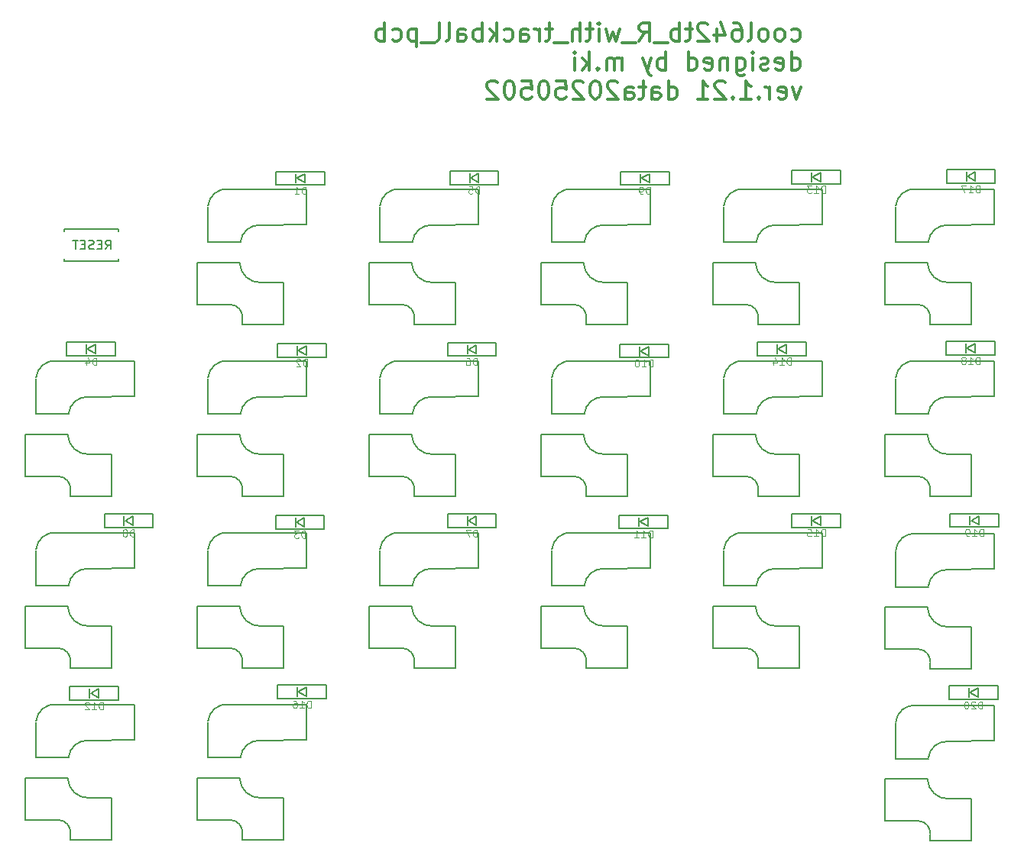
<source format=gbr>
%TF.GenerationSoftware,KiCad,Pcbnew,8.0.7*%
%TF.CreationDate,2025-05-03T19:39:34+09:00*%
%TF.ProjectId,cool642tb_R_with_tb,636f6f6c-3634-4327-9462-5f525f776974,rev?*%
%TF.SameCoordinates,Original*%
%TF.FileFunction,Legend,Bot*%
%TF.FilePolarity,Positive*%
%FSLAX46Y46*%
G04 Gerber Fmt 4.6, Leading zero omitted, Abs format (unit mm)*
G04 Created by KiCad (PCBNEW 8.0.7) date 2025-05-03 19:39:34*
%MOMM*%
%LPD*%
G01*
G04 APERTURE LIST*
%ADD10C,0.300000*%
%ADD11C,0.125000*%
%ADD12C,0.150000*%
G04 APERTURE END LIST*
D10*
X58549298Y23325376D02*
X58739774Y23230137D01*
X58739774Y23230137D02*
X59120727Y23230137D01*
X59120727Y23230137D02*
X59311203Y23325376D01*
X59311203Y23325376D02*
X59406441Y23420614D01*
X59406441Y23420614D02*
X59501679Y23611090D01*
X59501679Y23611090D02*
X59501679Y24182518D01*
X59501679Y24182518D02*
X59406441Y24372995D01*
X59406441Y24372995D02*
X59311203Y24468233D01*
X59311203Y24468233D02*
X59120727Y24563471D01*
X59120727Y24563471D02*
X58739774Y24563471D01*
X58739774Y24563471D02*
X58549298Y24468233D01*
X57406441Y23230137D02*
X57596917Y23325376D01*
X57596917Y23325376D02*
X57692155Y23420614D01*
X57692155Y23420614D02*
X57787393Y23611090D01*
X57787393Y23611090D02*
X57787393Y24182518D01*
X57787393Y24182518D02*
X57692155Y24372995D01*
X57692155Y24372995D02*
X57596917Y24468233D01*
X57596917Y24468233D02*
X57406441Y24563471D01*
X57406441Y24563471D02*
X57120726Y24563471D01*
X57120726Y24563471D02*
X56930250Y24468233D01*
X56930250Y24468233D02*
X56835012Y24372995D01*
X56835012Y24372995D02*
X56739774Y24182518D01*
X56739774Y24182518D02*
X56739774Y23611090D01*
X56739774Y23611090D02*
X56835012Y23420614D01*
X56835012Y23420614D02*
X56930250Y23325376D01*
X56930250Y23325376D02*
X57120726Y23230137D01*
X57120726Y23230137D02*
X57406441Y23230137D01*
X55596917Y23230137D02*
X55787393Y23325376D01*
X55787393Y23325376D02*
X55882631Y23420614D01*
X55882631Y23420614D02*
X55977869Y23611090D01*
X55977869Y23611090D02*
X55977869Y24182518D01*
X55977869Y24182518D02*
X55882631Y24372995D01*
X55882631Y24372995D02*
X55787393Y24468233D01*
X55787393Y24468233D02*
X55596917Y24563471D01*
X55596917Y24563471D02*
X55311202Y24563471D01*
X55311202Y24563471D02*
X55120726Y24468233D01*
X55120726Y24468233D02*
X55025488Y24372995D01*
X55025488Y24372995D02*
X54930250Y24182518D01*
X54930250Y24182518D02*
X54930250Y23611090D01*
X54930250Y23611090D02*
X55025488Y23420614D01*
X55025488Y23420614D02*
X55120726Y23325376D01*
X55120726Y23325376D02*
X55311202Y23230137D01*
X55311202Y23230137D02*
X55596917Y23230137D01*
X53787393Y23230137D02*
X53977869Y23325376D01*
X53977869Y23325376D02*
X54073107Y23515852D01*
X54073107Y23515852D02*
X54073107Y25230137D01*
X52168345Y25230137D02*
X52549298Y25230137D01*
X52549298Y25230137D02*
X52739774Y25134899D01*
X52739774Y25134899D02*
X52835012Y25039661D01*
X52835012Y25039661D02*
X53025488Y24753947D01*
X53025488Y24753947D02*
X53120726Y24372995D01*
X53120726Y24372995D02*
X53120726Y23611090D01*
X53120726Y23611090D02*
X53025488Y23420614D01*
X53025488Y23420614D02*
X52930250Y23325376D01*
X52930250Y23325376D02*
X52739774Y23230137D01*
X52739774Y23230137D02*
X52358821Y23230137D01*
X52358821Y23230137D02*
X52168345Y23325376D01*
X52168345Y23325376D02*
X52073107Y23420614D01*
X52073107Y23420614D02*
X51977869Y23611090D01*
X51977869Y23611090D02*
X51977869Y24087280D01*
X51977869Y24087280D02*
X52073107Y24277756D01*
X52073107Y24277756D02*
X52168345Y24372995D01*
X52168345Y24372995D02*
X52358821Y24468233D01*
X52358821Y24468233D02*
X52739774Y24468233D01*
X52739774Y24468233D02*
X52930250Y24372995D01*
X52930250Y24372995D02*
X53025488Y24277756D01*
X53025488Y24277756D02*
X53120726Y24087280D01*
X50263583Y24563471D02*
X50263583Y23230137D01*
X50739774Y25325376D02*
X51215964Y23896804D01*
X51215964Y23896804D02*
X49977869Y23896804D01*
X49311202Y25039661D02*
X49215964Y25134899D01*
X49215964Y25134899D02*
X49025488Y25230137D01*
X49025488Y25230137D02*
X48549297Y25230137D01*
X48549297Y25230137D02*
X48358821Y25134899D01*
X48358821Y25134899D02*
X48263583Y25039661D01*
X48263583Y25039661D02*
X48168345Y24849185D01*
X48168345Y24849185D02*
X48168345Y24658709D01*
X48168345Y24658709D02*
X48263583Y24372995D01*
X48263583Y24372995D02*
X49406440Y23230137D01*
X49406440Y23230137D02*
X48168345Y23230137D01*
X47596916Y24563471D02*
X46835012Y24563471D01*
X47311202Y25230137D02*
X47311202Y23515852D01*
X47311202Y23515852D02*
X47215964Y23325376D01*
X47215964Y23325376D02*
X47025488Y23230137D01*
X47025488Y23230137D02*
X46835012Y23230137D01*
X46168345Y23230137D02*
X46168345Y25230137D01*
X46168345Y24468233D02*
X45977869Y24563471D01*
X45977869Y24563471D02*
X45596916Y24563471D01*
X45596916Y24563471D02*
X45406440Y24468233D01*
X45406440Y24468233D02*
X45311202Y24372995D01*
X45311202Y24372995D02*
X45215964Y24182518D01*
X45215964Y24182518D02*
X45215964Y23611090D01*
X45215964Y23611090D02*
X45311202Y23420614D01*
X45311202Y23420614D02*
X45406440Y23325376D01*
X45406440Y23325376D02*
X45596916Y23230137D01*
X45596916Y23230137D02*
X45977869Y23230137D01*
X45977869Y23230137D02*
X46168345Y23325376D01*
X44835012Y23039661D02*
X43311202Y23039661D01*
X41692154Y23230137D02*
X42358821Y24182518D01*
X42835011Y23230137D02*
X42835011Y25230137D01*
X42835011Y25230137D02*
X42073106Y25230137D01*
X42073106Y25230137D02*
X41882630Y25134899D01*
X41882630Y25134899D02*
X41787392Y25039661D01*
X41787392Y25039661D02*
X41692154Y24849185D01*
X41692154Y24849185D02*
X41692154Y24563471D01*
X41692154Y24563471D02*
X41787392Y24372995D01*
X41787392Y24372995D02*
X41882630Y24277756D01*
X41882630Y24277756D02*
X42073106Y24182518D01*
X42073106Y24182518D02*
X42835011Y24182518D01*
X41311202Y23039661D02*
X39787392Y23039661D01*
X39501677Y24563471D02*
X39120725Y23230137D01*
X39120725Y23230137D02*
X38739772Y24182518D01*
X38739772Y24182518D02*
X38358820Y23230137D01*
X38358820Y23230137D02*
X37977868Y24563471D01*
X37215963Y23230137D02*
X37215963Y24563471D01*
X37215963Y25230137D02*
X37311201Y25134899D01*
X37311201Y25134899D02*
X37215963Y25039661D01*
X37215963Y25039661D02*
X37120725Y25134899D01*
X37120725Y25134899D02*
X37215963Y25230137D01*
X37215963Y25230137D02*
X37215963Y25039661D01*
X36549296Y24563471D02*
X35787392Y24563471D01*
X36263582Y25230137D02*
X36263582Y23515852D01*
X36263582Y23515852D02*
X36168344Y23325376D01*
X36168344Y23325376D02*
X35977868Y23230137D01*
X35977868Y23230137D02*
X35787392Y23230137D01*
X35120725Y23230137D02*
X35120725Y25230137D01*
X34263582Y23230137D02*
X34263582Y24277756D01*
X34263582Y24277756D02*
X34358820Y24468233D01*
X34358820Y24468233D02*
X34549296Y24563471D01*
X34549296Y24563471D02*
X34835011Y24563471D01*
X34835011Y24563471D02*
X35025487Y24468233D01*
X35025487Y24468233D02*
X35120725Y24372995D01*
X33787392Y23039661D02*
X32263582Y23039661D01*
X32073105Y24563471D02*
X31311201Y24563471D01*
X31787391Y25230137D02*
X31787391Y23515852D01*
X31787391Y23515852D02*
X31692153Y23325376D01*
X31692153Y23325376D02*
X31501677Y23230137D01*
X31501677Y23230137D02*
X31311201Y23230137D01*
X30644534Y23230137D02*
X30644534Y24563471D01*
X30644534Y24182518D02*
X30549296Y24372995D01*
X30549296Y24372995D02*
X30454058Y24468233D01*
X30454058Y24468233D02*
X30263582Y24563471D01*
X30263582Y24563471D02*
X30073105Y24563471D01*
X28549296Y23230137D02*
X28549296Y24277756D01*
X28549296Y24277756D02*
X28644534Y24468233D01*
X28644534Y24468233D02*
X28835010Y24563471D01*
X28835010Y24563471D02*
X29215963Y24563471D01*
X29215963Y24563471D02*
X29406439Y24468233D01*
X28549296Y23325376D02*
X28739772Y23230137D01*
X28739772Y23230137D02*
X29215963Y23230137D01*
X29215963Y23230137D02*
X29406439Y23325376D01*
X29406439Y23325376D02*
X29501677Y23515852D01*
X29501677Y23515852D02*
X29501677Y23706328D01*
X29501677Y23706328D02*
X29406439Y23896804D01*
X29406439Y23896804D02*
X29215963Y23992042D01*
X29215963Y23992042D02*
X28739772Y23992042D01*
X28739772Y23992042D02*
X28549296Y24087280D01*
X26739772Y23325376D02*
X26930248Y23230137D01*
X26930248Y23230137D02*
X27311201Y23230137D01*
X27311201Y23230137D02*
X27501677Y23325376D01*
X27501677Y23325376D02*
X27596915Y23420614D01*
X27596915Y23420614D02*
X27692153Y23611090D01*
X27692153Y23611090D02*
X27692153Y24182518D01*
X27692153Y24182518D02*
X27596915Y24372995D01*
X27596915Y24372995D02*
X27501677Y24468233D01*
X27501677Y24468233D02*
X27311201Y24563471D01*
X27311201Y24563471D02*
X26930248Y24563471D01*
X26930248Y24563471D02*
X26739772Y24468233D01*
X25882629Y23230137D02*
X25882629Y25230137D01*
X25692153Y23992042D02*
X25120724Y23230137D01*
X25120724Y24563471D02*
X25882629Y23801566D01*
X24263581Y23230137D02*
X24263581Y25230137D01*
X24263581Y24468233D02*
X24073105Y24563471D01*
X24073105Y24563471D02*
X23692152Y24563471D01*
X23692152Y24563471D02*
X23501676Y24468233D01*
X23501676Y24468233D02*
X23406438Y24372995D01*
X23406438Y24372995D02*
X23311200Y24182518D01*
X23311200Y24182518D02*
X23311200Y23611090D01*
X23311200Y23611090D02*
X23406438Y23420614D01*
X23406438Y23420614D02*
X23501676Y23325376D01*
X23501676Y23325376D02*
X23692152Y23230137D01*
X23692152Y23230137D02*
X24073105Y23230137D01*
X24073105Y23230137D02*
X24263581Y23325376D01*
X21596914Y23230137D02*
X21596914Y24277756D01*
X21596914Y24277756D02*
X21692152Y24468233D01*
X21692152Y24468233D02*
X21882628Y24563471D01*
X21882628Y24563471D02*
X22263581Y24563471D01*
X22263581Y24563471D02*
X22454057Y24468233D01*
X21596914Y23325376D02*
X21787390Y23230137D01*
X21787390Y23230137D02*
X22263581Y23230137D01*
X22263581Y23230137D02*
X22454057Y23325376D01*
X22454057Y23325376D02*
X22549295Y23515852D01*
X22549295Y23515852D02*
X22549295Y23706328D01*
X22549295Y23706328D02*
X22454057Y23896804D01*
X22454057Y23896804D02*
X22263581Y23992042D01*
X22263581Y23992042D02*
X21787390Y23992042D01*
X21787390Y23992042D02*
X21596914Y24087280D01*
X20358819Y23230137D02*
X20549295Y23325376D01*
X20549295Y23325376D02*
X20644533Y23515852D01*
X20644533Y23515852D02*
X20644533Y25230137D01*
X19311200Y23230137D02*
X19501676Y23325376D01*
X19501676Y23325376D02*
X19596914Y23515852D01*
X19596914Y23515852D02*
X19596914Y25230137D01*
X19025486Y23039661D02*
X17501676Y23039661D01*
X17025485Y24563471D02*
X17025485Y22563471D01*
X17025485Y24468233D02*
X16835009Y24563471D01*
X16835009Y24563471D02*
X16454056Y24563471D01*
X16454056Y24563471D02*
X16263580Y24468233D01*
X16263580Y24468233D02*
X16168342Y24372995D01*
X16168342Y24372995D02*
X16073104Y24182518D01*
X16073104Y24182518D02*
X16073104Y23611090D01*
X16073104Y23611090D02*
X16168342Y23420614D01*
X16168342Y23420614D02*
X16263580Y23325376D01*
X16263580Y23325376D02*
X16454056Y23230137D01*
X16454056Y23230137D02*
X16835009Y23230137D01*
X16835009Y23230137D02*
X17025485Y23325376D01*
X14358818Y23325376D02*
X14549294Y23230137D01*
X14549294Y23230137D02*
X14930247Y23230137D01*
X14930247Y23230137D02*
X15120723Y23325376D01*
X15120723Y23325376D02*
X15215961Y23420614D01*
X15215961Y23420614D02*
X15311199Y23611090D01*
X15311199Y23611090D02*
X15311199Y24182518D01*
X15311199Y24182518D02*
X15215961Y24372995D01*
X15215961Y24372995D02*
X15120723Y24468233D01*
X15120723Y24468233D02*
X14930247Y24563471D01*
X14930247Y24563471D02*
X14549294Y24563471D01*
X14549294Y24563471D02*
X14358818Y24468233D01*
X13501675Y23230137D02*
X13501675Y25230137D01*
X13501675Y24468233D02*
X13311199Y24563471D01*
X13311199Y24563471D02*
X12930246Y24563471D01*
X12930246Y24563471D02*
X12739770Y24468233D01*
X12739770Y24468233D02*
X12644532Y24372995D01*
X12644532Y24372995D02*
X12549294Y24182518D01*
X12549294Y24182518D02*
X12549294Y23611090D01*
X12549294Y23611090D02*
X12644532Y23420614D01*
X12644532Y23420614D02*
X12739770Y23325376D01*
X12739770Y23325376D02*
X12930246Y23230137D01*
X12930246Y23230137D02*
X13311199Y23230137D01*
X13311199Y23230137D02*
X13501675Y23325376D01*
X58549298Y20010249D02*
X58549298Y22010249D01*
X58549298Y20105488D02*
X58739774Y20010249D01*
X58739774Y20010249D02*
X59120727Y20010249D01*
X59120727Y20010249D02*
X59311203Y20105488D01*
X59311203Y20105488D02*
X59406441Y20200726D01*
X59406441Y20200726D02*
X59501679Y20391202D01*
X59501679Y20391202D02*
X59501679Y20962630D01*
X59501679Y20962630D02*
X59406441Y21153107D01*
X59406441Y21153107D02*
X59311203Y21248345D01*
X59311203Y21248345D02*
X59120727Y21343583D01*
X59120727Y21343583D02*
X58739774Y21343583D01*
X58739774Y21343583D02*
X58549298Y21248345D01*
X56835012Y20105488D02*
X57025488Y20010249D01*
X57025488Y20010249D02*
X57406441Y20010249D01*
X57406441Y20010249D02*
X57596917Y20105488D01*
X57596917Y20105488D02*
X57692155Y20295964D01*
X57692155Y20295964D02*
X57692155Y21057868D01*
X57692155Y21057868D02*
X57596917Y21248345D01*
X57596917Y21248345D02*
X57406441Y21343583D01*
X57406441Y21343583D02*
X57025488Y21343583D01*
X57025488Y21343583D02*
X56835012Y21248345D01*
X56835012Y21248345D02*
X56739774Y21057868D01*
X56739774Y21057868D02*
X56739774Y20867392D01*
X56739774Y20867392D02*
X57692155Y20676916D01*
X55977869Y20105488D02*
X55787393Y20010249D01*
X55787393Y20010249D02*
X55406441Y20010249D01*
X55406441Y20010249D02*
X55215964Y20105488D01*
X55215964Y20105488D02*
X55120726Y20295964D01*
X55120726Y20295964D02*
X55120726Y20391202D01*
X55120726Y20391202D02*
X55215964Y20581678D01*
X55215964Y20581678D02*
X55406441Y20676916D01*
X55406441Y20676916D02*
X55692155Y20676916D01*
X55692155Y20676916D02*
X55882631Y20772154D01*
X55882631Y20772154D02*
X55977869Y20962630D01*
X55977869Y20962630D02*
X55977869Y21057868D01*
X55977869Y21057868D02*
X55882631Y21248345D01*
X55882631Y21248345D02*
X55692155Y21343583D01*
X55692155Y21343583D02*
X55406441Y21343583D01*
X55406441Y21343583D02*
X55215964Y21248345D01*
X54263583Y20010249D02*
X54263583Y21343583D01*
X54263583Y22010249D02*
X54358821Y21915011D01*
X54358821Y21915011D02*
X54263583Y21819773D01*
X54263583Y21819773D02*
X54168345Y21915011D01*
X54168345Y21915011D02*
X54263583Y22010249D01*
X54263583Y22010249D02*
X54263583Y21819773D01*
X52454059Y21343583D02*
X52454059Y19724535D01*
X52454059Y19724535D02*
X52549297Y19534059D01*
X52549297Y19534059D02*
X52644535Y19438821D01*
X52644535Y19438821D02*
X52835012Y19343583D01*
X52835012Y19343583D02*
X53120726Y19343583D01*
X53120726Y19343583D02*
X53311202Y19438821D01*
X52454059Y20105488D02*
X52644535Y20010249D01*
X52644535Y20010249D02*
X53025488Y20010249D01*
X53025488Y20010249D02*
X53215964Y20105488D01*
X53215964Y20105488D02*
X53311202Y20200726D01*
X53311202Y20200726D02*
X53406440Y20391202D01*
X53406440Y20391202D02*
X53406440Y20962630D01*
X53406440Y20962630D02*
X53311202Y21153107D01*
X53311202Y21153107D02*
X53215964Y21248345D01*
X53215964Y21248345D02*
X53025488Y21343583D01*
X53025488Y21343583D02*
X52644535Y21343583D01*
X52644535Y21343583D02*
X52454059Y21248345D01*
X51501678Y21343583D02*
X51501678Y20010249D01*
X51501678Y21153107D02*
X51406440Y21248345D01*
X51406440Y21248345D02*
X51215964Y21343583D01*
X51215964Y21343583D02*
X50930249Y21343583D01*
X50930249Y21343583D02*
X50739773Y21248345D01*
X50739773Y21248345D02*
X50644535Y21057868D01*
X50644535Y21057868D02*
X50644535Y20010249D01*
X48930249Y20105488D02*
X49120725Y20010249D01*
X49120725Y20010249D02*
X49501678Y20010249D01*
X49501678Y20010249D02*
X49692154Y20105488D01*
X49692154Y20105488D02*
X49787392Y20295964D01*
X49787392Y20295964D02*
X49787392Y21057868D01*
X49787392Y21057868D02*
X49692154Y21248345D01*
X49692154Y21248345D02*
X49501678Y21343583D01*
X49501678Y21343583D02*
X49120725Y21343583D01*
X49120725Y21343583D02*
X48930249Y21248345D01*
X48930249Y21248345D02*
X48835011Y21057868D01*
X48835011Y21057868D02*
X48835011Y20867392D01*
X48835011Y20867392D02*
X49787392Y20676916D01*
X47120725Y20010249D02*
X47120725Y22010249D01*
X47120725Y20105488D02*
X47311201Y20010249D01*
X47311201Y20010249D02*
X47692154Y20010249D01*
X47692154Y20010249D02*
X47882630Y20105488D01*
X47882630Y20105488D02*
X47977868Y20200726D01*
X47977868Y20200726D02*
X48073106Y20391202D01*
X48073106Y20391202D02*
X48073106Y20962630D01*
X48073106Y20962630D02*
X47977868Y21153107D01*
X47977868Y21153107D02*
X47882630Y21248345D01*
X47882630Y21248345D02*
X47692154Y21343583D01*
X47692154Y21343583D02*
X47311201Y21343583D01*
X47311201Y21343583D02*
X47120725Y21248345D01*
X44644534Y20010249D02*
X44644534Y22010249D01*
X44644534Y21248345D02*
X44454058Y21343583D01*
X44454058Y21343583D02*
X44073105Y21343583D01*
X44073105Y21343583D02*
X43882629Y21248345D01*
X43882629Y21248345D02*
X43787391Y21153107D01*
X43787391Y21153107D02*
X43692153Y20962630D01*
X43692153Y20962630D02*
X43692153Y20391202D01*
X43692153Y20391202D02*
X43787391Y20200726D01*
X43787391Y20200726D02*
X43882629Y20105488D01*
X43882629Y20105488D02*
X44073105Y20010249D01*
X44073105Y20010249D02*
X44454058Y20010249D01*
X44454058Y20010249D02*
X44644534Y20105488D01*
X43025486Y21343583D02*
X42549296Y20010249D01*
X42073105Y21343583D02*
X42549296Y20010249D01*
X42549296Y20010249D02*
X42739772Y19534059D01*
X42739772Y19534059D02*
X42835010Y19438821D01*
X42835010Y19438821D02*
X43025486Y19343583D01*
X39787390Y20010249D02*
X39787390Y21343583D01*
X39787390Y21153107D02*
X39692152Y21248345D01*
X39692152Y21248345D02*
X39501676Y21343583D01*
X39501676Y21343583D02*
X39215961Y21343583D01*
X39215961Y21343583D02*
X39025485Y21248345D01*
X39025485Y21248345D02*
X38930247Y21057868D01*
X38930247Y21057868D02*
X38930247Y20010249D01*
X38930247Y21057868D02*
X38835009Y21248345D01*
X38835009Y21248345D02*
X38644533Y21343583D01*
X38644533Y21343583D02*
X38358819Y21343583D01*
X38358819Y21343583D02*
X38168342Y21248345D01*
X38168342Y21248345D02*
X38073104Y21057868D01*
X38073104Y21057868D02*
X38073104Y20010249D01*
X37120723Y20200726D02*
X37025485Y20105488D01*
X37025485Y20105488D02*
X37120723Y20010249D01*
X37120723Y20010249D02*
X37215961Y20105488D01*
X37215961Y20105488D02*
X37120723Y20200726D01*
X37120723Y20200726D02*
X37120723Y20010249D01*
X36168342Y20010249D02*
X36168342Y22010249D01*
X35977866Y20772154D02*
X35406437Y20010249D01*
X35406437Y21343583D02*
X36168342Y20581678D01*
X34549294Y20010249D02*
X34549294Y21343583D01*
X34549294Y22010249D02*
X34644532Y21915011D01*
X34644532Y21915011D02*
X34549294Y21819773D01*
X34549294Y21819773D02*
X34454056Y21915011D01*
X34454056Y21915011D02*
X34549294Y22010249D01*
X34549294Y22010249D02*
X34549294Y21819773D01*
X59596917Y18123695D02*
X59120727Y16790361D01*
X59120727Y16790361D02*
X58644536Y18123695D01*
X57120726Y16885600D02*
X57311202Y16790361D01*
X57311202Y16790361D02*
X57692155Y16790361D01*
X57692155Y16790361D02*
X57882631Y16885600D01*
X57882631Y16885600D02*
X57977869Y17076076D01*
X57977869Y17076076D02*
X57977869Y17837980D01*
X57977869Y17837980D02*
X57882631Y18028457D01*
X57882631Y18028457D02*
X57692155Y18123695D01*
X57692155Y18123695D02*
X57311202Y18123695D01*
X57311202Y18123695D02*
X57120726Y18028457D01*
X57120726Y18028457D02*
X57025488Y17837980D01*
X57025488Y17837980D02*
X57025488Y17647504D01*
X57025488Y17647504D02*
X57977869Y17457028D01*
X56168345Y16790361D02*
X56168345Y18123695D01*
X56168345Y17742742D02*
X56073107Y17933219D01*
X56073107Y17933219D02*
X55977869Y18028457D01*
X55977869Y18028457D02*
X55787393Y18123695D01*
X55787393Y18123695D02*
X55596916Y18123695D01*
X54930250Y16980838D02*
X54835012Y16885600D01*
X54835012Y16885600D02*
X54930250Y16790361D01*
X54930250Y16790361D02*
X55025488Y16885600D01*
X55025488Y16885600D02*
X54930250Y16980838D01*
X54930250Y16980838D02*
X54930250Y16790361D01*
X52930250Y16790361D02*
X54073107Y16790361D01*
X53501679Y16790361D02*
X53501679Y18790361D01*
X53501679Y18790361D02*
X53692155Y18504647D01*
X53692155Y18504647D02*
X53882631Y18314171D01*
X53882631Y18314171D02*
X54073107Y18218933D01*
X52073107Y16980838D02*
X51977869Y16885600D01*
X51977869Y16885600D02*
X52073107Y16790361D01*
X52073107Y16790361D02*
X52168345Y16885600D01*
X52168345Y16885600D02*
X52073107Y16980838D01*
X52073107Y16980838D02*
X52073107Y16790361D01*
X51215964Y18599885D02*
X51120726Y18695123D01*
X51120726Y18695123D02*
X50930250Y18790361D01*
X50930250Y18790361D02*
X50454059Y18790361D01*
X50454059Y18790361D02*
X50263583Y18695123D01*
X50263583Y18695123D02*
X50168345Y18599885D01*
X50168345Y18599885D02*
X50073107Y18409409D01*
X50073107Y18409409D02*
X50073107Y18218933D01*
X50073107Y18218933D02*
X50168345Y17933219D01*
X50168345Y17933219D02*
X51311202Y16790361D01*
X51311202Y16790361D02*
X50073107Y16790361D01*
X48168345Y16790361D02*
X49311202Y16790361D01*
X48739774Y16790361D02*
X48739774Y18790361D01*
X48739774Y18790361D02*
X48930250Y18504647D01*
X48930250Y18504647D02*
X49120726Y18314171D01*
X49120726Y18314171D02*
X49311202Y18218933D01*
X44930249Y16790361D02*
X44930249Y18790361D01*
X44930249Y16885600D02*
X45120725Y16790361D01*
X45120725Y16790361D02*
X45501678Y16790361D01*
X45501678Y16790361D02*
X45692154Y16885600D01*
X45692154Y16885600D02*
X45787392Y16980838D01*
X45787392Y16980838D02*
X45882630Y17171314D01*
X45882630Y17171314D02*
X45882630Y17742742D01*
X45882630Y17742742D02*
X45787392Y17933219D01*
X45787392Y17933219D02*
X45692154Y18028457D01*
X45692154Y18028457D02*
X45501678Y18123695D01*
X45501678Y18123695D02*
X45120725Y18123695D01*
X45120725Y18123695D02*
X44930249Y18028457D01*
X43120725Y16790361D02*
X43120725Y17837980D01*
X43120725Y17837980D02*
X43215963Y18028457D01*
X43215963Y18028457D02*
X43406439Y18123695D01*
X43406439Y18123695D02*
X43787392Y18123695D01*
X43787392Y18123695D02*
X43977868Y18028457D01*
X43120725Y16885600D02*
X43311201Y16790361D01*
X43311201Y16790361D02*
X43787392Y16790361D01*
X43787392Y16790361D02*
X43977868Y16885600D01*
X43977868Y16885600D02*
X44073106Y17076076D01*
X44073106Y17076076D02*
X44073106Y17266552D01*
X44073106Y17266552D02*
X43977868Y17457028D01*
X43977868Y17457028D02*
X43787392Y17552266D01*
X43787392Y17552266D02*
X43311201Y17552266D01*
X43311201Y17552266D02*
X43120725Y17647504D01*
X42454058Y18123695D02*
X41692154Y18123695D01*
X42168344Y18790361D02*
X42168344Y17076076D01*
X42168344Y17076076D02*
X42073106Y16885600D01*
X42073106Y16885600D02*
X41882630Y16790361D01*
X41882630Y16790361D02*
X41692154Y16790361D01*
X40168344Y16790361D02*
X40168344Y17837980D01*
X40168344Y17837980D02*
X40263582Y18028457D01*
X40263582Y18028457D02*
X40454058Y18123695D01*
X40454058Y18123695D02*
X40835011Y18123695D01*
X40835011Y18123695D02*
X41025487Y18028457D01*
X40168344Y16885600D02*
X40358820Y16790361D01*
X40358820Y16790361D02*
X40835011Y16790361D01*
X40835011Y16790361D02*
X41025487Y16885600D01*
X41025487Y16885600D02*
X41120725Y17076076D01*
X41120725Y17076076D02*
X41120725Y17266552D01*
X41120725Y17266552D02*
X41025487Y17457028D01*
X41025487Y17457028D02*
X40835011Y17552266D01*
X40835011Y17552266D02*
X40358820Y17552266D01*
X40358820Y17552266D02*
X40168344Y17647504D01*
X39311201Y18599885D02*
X39215963Y18695123D01*
X39215963Y18695123D02*
X39025487Y18790361D01*
X39025487Y18790361D02*
X38549296Y18790361D01*
X38549296Y18790361D02*
X38358820Y18695123D01*
X38358820Y18695123D02*
X38263582Y18599885D01*
X38263582Y18599885D02*
X38168344Y18409409D01*
X38168344Y18409409D02*
X38168344Y18218933D01*
X38168344Y18218933D02*
X38263582Y17933219D01*
X38263582Y17933219D02*
X39406439Y16790361D01*
X39406439Y16790361D02*
X38168344Y16790361D01*
X36930249Y18790361D02*
X36739772Y18790361D01*
X36739772Y18790361D02*
X36549296Y18695123D01*
X36549296Y18695123D02*
X36454058Y18599885D01*
X36454058Y18599885D02*
X36358820Y18409409D01*
X36358820Y18409409D02*
X36263582Y18028457D01*
X36263582Y18028457D02*
X36263582Y17552266D01*
X36263582Y17552266D02*
X36358820Y17171314D01*
X36358820Y17171314D02*
X36454058Y16980838D01*
X36454058Y16980838D02*
X36549296Y16885600D01*
X36549296Y16885600D02*
X36739772Y16790361D01*
X36739772Y16790361D02*
X36930249Y16790361D01*
X36930249Y16790361D02*
X37120725Y16885600D01*
X37120725Y16885600D02*
X37215963Y16980838D01*
X37215963Y16980838D02*
X37311201Y17171314D01*
X37311201Y17171314D02*
X37406439Y17552266D01*
X37406439Y17552266D02*
X37406439Y18028457D01*
X37406439Y18028457D02*
X37311201Y18409409D01*
X37311201Y18409409D02*
X37215963Y18599885D01*
X37215963Y18599885D02*
X37120725Y18695123D01*
X37120725Y18695123D02*
X36930249Y18790361D01*
X35501677Y18599885D02*
X35406439Y18695123D01*
X35406439Y18695123D02*
X35215963Y18790361D01*
X35215963Y18790361D02*
X34739772Y18790361D01*
X34739772Y18790361D02*
X34549296Y18695123D01*
X34549296Y18695123D02*
X34454058Y18599885D01*
X34454058Y18599885D02*
X34358820Y18409409D01*
X34358820Y18409409D02*
X34358820Y18218933D01*
X34358820Y18218933D02*
X34454058Y17933219D01*
X34454058Y17933219D02*
X35596915Y16790361D01*
X35596915Y16790361D02*
X34358820Y16790361D01*
X32549296Y18790361D02*
X33501677Y18790361D01*
X33501677Y18790361D02*
X33596915Y17837980D01*
X33596915Y17837980D02*
X33501677Y17933219D01*
X33501677Y17933219D02*
X33311201Y18028457D01*
X33311201Y18028457D02*
X32835010Y18028457D01*
X32835010Y18028457D02*
X32644534Y17933219D01*
X32644534Y17933219D02*
X32549296Y17837980D01*
X32549296Y17837980D02*
X32454058Y17647504D01*
X32454058Y17647504D02*
X32454058Y17171314D01*
X32454058Y17171314D02*
X32549296Y16980838D01*
X32549296Y16980838D02*
X32644534Y16885600D01*
X32644534Y16885600D02*
X32835010Y16790361D01*
X32835010Y16790361D02*
X33311201Y16790361D01*
X33311201Y16790361D02*
X33501677Y16885600D01*
X33501677Y16885600D02*
X33596915Y16980838D01*
X31215963Y18790361D02*
X31025486Y18790361D01*
X31025486Y18790361D02*
X30835010Y18695123D01*
X30835010Y18695123D02*
X30739772Y18599885D01*
X30739772Y18599885D02*
X30644534Y18409409D01*
X30644534Y18409409D02*
X30549296Y18028457D01*
X30549296Y18028457D02*
X30549296Y17552266D01*
X30549296Y17552266D02*
X30644534Y17171314D01*
X30644534Y17171314D02*
X30739772Y16980838D01*
X30739772Y16980838D02*
X30835010Y16885600D01*
X30835010Y16885600D02*
X31025486Y16790361D01*
X31025486Y16790361D02*
X31215963Y16790361D01*
X31215963Y16790361D02*
X31406439Y16885600D01*
X31406439Y16885600D02*
X31501677Y16980838D01*
X31501677Y16980838D02*
X31596915Y17171314D01*
X31596915Y17171314D02*
X31692153Y17552266D01*
X31692153Y17552266D02*
X31692153Y18028457D01*
X31692153Y18028457D02*
X31596915Y18409409D01*
X31596915Y18409409D02*
X31501677Y18599885D01*
X31501677Y18599885D02*
X31406439Y18695123D01*
X31406439Y18695123D02*
X31215963Y18790361D01*
X28739772Y18790361D02*
X29692153Y18790361D01*
X29692153Y18790361D02*
X29787391Y17837980D01*
X29787391Y17837980D02*
X29692153Y17933219D01*
X29692153Y17933219D02*
X29501677Y18028457D01*
X29501677Y18028457D02*
X29025486Y18028457D01*
X29025486Y18028457D02*
X28835010Y17933219D01*
X28835010Y17933219D02*
X28739772Y17837980D01*
X28739772Y17837980D02*
X28644534Y17647504D01*
X28644534Y17647504D02*
X28644534Y17171314D01*
X28644534Y17171314D02*
X28739772Y16980838D01*
X28739772Y16980838D02*
X28835010Y16885600D01*
X28835010Y16885600D02*
X29025486Y16790361D01*
X29025486Y16790361D02*
X29501677Y16790361D01*
X29501677Y16790361D02*
X29692153Y16885600D01*
X29692153Y16885600D02*
X29787391Y16980838D01*
X27406439Y18790361D02*
X27215962Y18790361D01*
X27215962Y18790361D02*
X27025486Y18695123D01*
X27025486Y18695123D02*
X26930248Y18599885D01*
X26930248Y18599885D02*
X26835010Y18409409D01*
X26835010Y18409409D02*
X26739772Y18028457D01*
X26739772Y18028457D02*
X26739772Y17552266D01*
X26739772Y17552266D02*
X26835010Y17171314D01*
X26835010Y17171314D02*
X26930248Y16980838D01*
X26930248Y16980838D02*
X27025486Y16885600D01*
X27025486Y16885600D02*
X27215962Y16790361D01*
X27215962Y16790361D02*
X27406439Y16790361D01*
X27406439Y16790361D02*
X27596915Y16885600D01*
X27596915Y16885600D02*
X27692153Y16980838D01*
X27692153Y16980838D02*
X27787391Y17171314D01*
X27787391Y17171314D02*
X27882629Y17552266D01*
X27882629Y17552266D02*
X27882629Y18028457D01*
X27882629Y18028457D02*
X27787391Y18409409D01*
X27787391Y18409409D02*
X27692153Y18599885D01*
X27692153Y18599885D02*
X27596915Y18695123D01*
X27596915Y18695123D02*
X27406439Y18790361D01*
X25977867Y18599885D02*
X25882629Y18695123D01*
X25882629Y18695123D02*
X25692153Y18790361D01*
X25692153Y18790361D02*
X25215962Y18790361D01*
X25215962Y18790361D02*
X25025486Y18695123D01*
X25025486Y18695123D02*
X24930248Y18599885D01*
X24930248Y18599885D02*
X24835010Y18409409D01*
X24835010Y18409409D02*
X24835010Y18218933D01*
X24835010Y18218933D02*
X24930248Y17933219D01*
X24930248Y17933219D02*
X26073105Y16790361D01*
X26073105Y16790361D02*
X24835010Y16790361D01*
D11*
X23740475Y-31773595D02*
X23740475Y-30973595D01*
X23740475Y-30973595D02*
X23549999Y-30973595D01*
X23549999Y-30973595D02*
X23435713Y-31011690D01*
X23435713Y-31011690D02*
X23359523Y-31087880D01*
X23359523Y-31087880D02*
X23321428Y-31164071D01*
X23321428Y-31164071D02*
X23283332Y-31316452D01*
X23283332Y-31316452D02*
X23283332Y-31430738D01*
X23283332Y-31430738D02*
X23321428Y-31583119D01*
X23321428Y-31583119D02*
X23359523Y-31659309D01*
X23359523Y-31659309D02*
X23435713Y-31735500D01*
X23435713Y-31735500D02*
X23549999Y-31773595D01*
X23549999Y-31773595D02*
X23740475Y-31773595D01*
X23016666Y-30973595D02*
X22483332Y-30973595D01*
X22483332Y-30973595D02*
X22826190Y-31773595D01*
X43151428Y-31863595D02*
X43151428Y-31063595D01*
X43151428Y-31063595D02*
X42960952Y-31063595D01*
X42960952Y-31063595D02*
X42846666Y-31101690D01*
X42846666Y-31101690D02*
X42770476Y-31177880D01*
X42770476Y-31177880D02*
X42732381Y-31254071D01*
X42732381Y-31254071D02*
X42694285Y-31406452D01*
X42694285Y-31406452D02*
X42694285Y-31520738D01*
X42694285Y-31520738D02*
X42732381Y-31673119D01*
X42732381Y-31673119D02*
X42770476Y-31749309D01*
X42770476Y-31749309D02*
X42846666Y-31825500D01*
X42846666Y-31825500D02*
X42960952Y-31863595D01*
X42960952Y-31863595D02*
X43151428Y-31863595D01*
X41932381Y-31863595D02*
X42389524Y-31863595D01*
X42160952Y-31863595D02*
X42160952Y-31063595D01*
X42160952Y-31063595D02*
X42237143Y-31177880D01*
X42237143Y-31177880D02*
X42313333Y-31254071D01*
X42313333Y-31254071D02*
X42389524Y-31292166D01*
X41170476Y-31863595D02*
X41627619Y-31863595D01*
X41399047Y-31863595D02*
X41399047Y-31063595D01*
X41399047Y-31063595D02*
X41475238Y-31177880D01*
X41475238Y-31177880D02*
X41551428Y-31254071D01*
X41551428Y-31254071D02*
X41627619Y-31292166D01*
X79681428Y-50823595D02*
X79681428Y-50023595D01*
X79681428Y-50023595D02*
X79490952Y-50023595D01*
X79490952Y-50023595D02*
X79376666Y-50061690D01*
X79376666Y-50061690D02*
X79300476Y-50137880D01*
X79300476Y-50137880D02*
X79262381Y-50214071D01*
X79262381Y-50214071D02*
X79224285Y-50366452D01*
X79224285Y-50366452D02*
X79224285Y-50480738D01*
X79224285Y-50480738D02*
X79262381Y-50633119D01*
X79262381Y-50633119D02*
X79300476Y-50709309D01*
X79300476Y-50709309D02*
X79376666Y-50785500D01*
X79376666Y-50785500D02*
X79490952Y-50823595D01*
X79490952Y-50823595D02*
X79681428Y-50823595D01*
X78919524Y-50099785D02*
X78881428Y-50061690D01*
X78881428Y-50061690D02*
X78805238Y-50023595D01*
X78805238Y-50023595D02*
X78614762Y-50023595D01*
X78614762Y-50023595D02*
X78538571Y-50061690D01*
X78538571Y-50061690D02*
X78500476Y-50099785D01*
X78500476Y-50099785D02*
X78462381Y-50175976D01*
X78462381Y-50175976D02*
X78462381Y-50252166D01*
X78462381Y-50252166D02*
X78500476Y-50366452D01*
X78500476Y-50366452D02*
X78957619Y-50823595D01*
X78957619Y-50823595D02*
X78462381Y-50823595D01*
X77967142Y-50023595D02*
X77890952Y-50023595D01*
X77890952Y-50023595D02*
X77814761Y-50061690D01*
X77814761Y-50061690D02*
X77776666Y-50099785D01*
X77776666Y-50099785D02*
X77738571Y-50175976D01*
X77738571Y-50175976D02*
X77700476Y-50328357D01*
X77700476Y-50328357D02*
X77700476Y-50518833D01*
X77700476Y-50518833D02*
X77738571Y-50671214D01*
X77738571Y-50671214D02*
X77776666Y-50747404D01*
X77776666Y-50747404D02*
X77814761Y-50785500D01*
X77814761Y-50785500D02*
X77890952Y-50823595D01*
X77890952Y-50823595D02*
X77967142Y-50823595D01*
X77967142Y-50823595D02*
X78043333Y-50785500D01*
X78043333Y-50785500D02*
X78081428Y-50747404D01*
X78081428Y-50747404D02*
X78119523Y-50671214D01*
X78119523Y-50671214D02*
X78157619Y-50518833D01*
X78157619Y-50518833D02*
X78157619Y-50328357D01*
X78157619Y-50328357D02*
X78119523Y-50175976D01*
X78119523Y-50175976D02*
X78081428Y-50099785D01*
X78081428Y-50099785D02*
X78043333Y-50061690D01*
X78043333Y-50061690D02*
X77967142Y-50023595D01*
X62281428Y6376404D02*
X62281428Y7176404D01*
X62281428Y7176404D02*
X62090952Y7176404D01*
X62090952Y7176404D02*
X61976666Y7138309D01*
X61976666Y7138309D02*
X61900476Y7062119D01*
X61900476Y7062119D02*
X61862381Y6985928D01*
X61862381Y6985928D02*
X61824285Y6833547D01*
X61824285Y6833547D02*
X61824285Y6719261D01*
X61824285Y6719261D02*
X61862381Y6566880D01*
X61862381Y6566880D02*
X61900476Y6490690D01*
X61900476Y6490690D02*
X61976666Y6414500D01*
X61976666Y6414500D02*
X62090952Y6376404D01*
X62090952Y6376404D02*
X62281428Y6376404D01*
X61062381Y6376404D02*
X61519524Y6376404D01*
X61290952Y6376404D02*
X61290952Y7176404D01*
X61290952Y7176404D02*
X61367143Y7062119D01*
X61367143Y7062119D02*
X61443333Y6985928D01*
X61443333Y6985928D02*
X61519524Y6947833D01*
X60795714Y7176404D02*
X60300476Y7176404D01*
X60300476Y7176404D02*
X60567142Y6871642D01*
X60567142Y6871642D02*
X60452857Y6871642D01*
X60452857Y6871642D02*
X60376666Y6833547D01*
X60376666Y6833547D02*
X60338571Y6795452D01*
X60338571Y6795452D02*
X60300476Y6719261D01*
X60300476Y6719261D02*
X60300476Y6528785D01*
X60300476Y6528785D02*
X60338571Y6452595D01*
X60338571Y6452595D02*
X60376666Y6414500D01*
X60376666Y6414500D02*
X60452857Y6376404D01*
X60452857Y6376404D02*
X60681428Y6376404D01*
X60681428Y6376404D02*
X60757619Y6414500D01*
X60757619Y6414500D02*
X60795714Y6452595D01*
X62281428Y-31713595D02*
X62281428Y-30913595D01*
X62281428Y-30913595D02*
X62090952Y-30913595D01*
X62090952Y-30913595D02*
X61976666Y-30951690D01*
X61976666Y-30951690D02*
X61900476Y-31027880D01*
X61900476Y-31027880D02*
X61862381Y-31104071D01*
X61862381Y-31104071D02*
X61824285Y-31256452D01*
X61824285Y-31256452D02*
X61824285Y-31370738D01*
X61824285Y-31370738D02*
X61862381Y-31523119D01*
X61862381Y-31523119D02*
X61900476Y-31599309D01*
X61900476Y-31599309D02*
X61976666Y-31675500D01*
X61976666Y-31675500D02*
X62090952Y-31713595D01*
X62090952Y-31713595D02*
X62281428Y-31713595D01*
X61062381Y-31713595D02*
X61519524Y-31713595D01*
X61290952Y-31713595D02*
X61290952Y-30913595D01*
X61290952Y-30913595D02*
X61367143Y-31027880D01*
X61367143Y-31027880D02*
X61443333Y-31104071D01*
X61443333Y-31104071D02*
X61519524Y-31142166D01*
X60338571Y-30913595D02*
X60719523Y-30913595D01*
X60719523Y-30913595D02*
X60757619Y-31294547D01*
X60757619Y-31294547D02*
X60719523Y-31256452D01*
X60719523Y-31256452D02*
X60643333Y-31218357D01*
X60643333Y-31218357D02*
X60452857Y-31218357D01*
X60452857Y-31218357D02*
X60376666Y-31256452D01*
X60376666Y-31256452D02*
X60338571Y-31294547D01*
X60338571Y-31294547D02*
X60300476Y-31370738D01*
X60300476Y-31370738D02*
X60300476Y-31561214D01*
X60300476Y-31561214D02*
X60338571Y-31637404D01*
X60338571Y-31637404D02*
X60376666Y-31675500D01*
X60376666Y-31675500D02*
X60452857Y-31713595D01*
X60452857Y-31713595D02*
X60643333Y-31713595D01*
X60643333Y-31713595D02*
X60719523Y-31675500D01*
X60719523Y-31675500D02*
X60757619Y-31637404D01*
X4750475Y6236404D02*
X4750475Y7036404D01*
X4750475Y7036404D02*
X4559999Y7036404D01*
X4559999Y7036404D02*
X4445713Y6998309D01*
X4445713Y6998309D02*
X4369523Y6922119D01*
X4369523Y6922119D02*
X4331428Y6845928D01*
X4331428Y6845928D02*
X4293332Y6693547D01*
X4293332Y6693547D02*
X4293332Y6579261D01*
X4293332Y6579261D02*
X4331428Y6426880D01*
X4331428Y6426880D02*
X4369523Y6350690D01*
X4369523Y6350690D02*
X4445713Y6274500D01*
X4445713Y6274500D02*
X4559999Y6236404D01*
X4559999Y6236404D02*
X4750475Y6236404D01*
X3531428Y6236404D02*
X3988571Y6236404D01*
X3759999Y6236404D02*
X3759999Y7036404D01*
X3759999Y7036404D02*
X3836190Y6922119D01*
X3836190Y6922119D02*
X3912380Y6845928D01*
X3912380Y6845928D02*
X3988571Y6807833D01*
X42890475Y6236404D02*
X42890475Y7036404D01*
X42890475Y7036404D02*
X42699999Y7036404D01*
X42699999Y7036404D02*
X42585713Y6998309D01*
X42585713Y6998309D02*
X42509523Y6922119D01*
X42509523Y6922119D02*
X42471428Y6845928D01*
X42471428Y6845928D02*
X42433332Y6693547D01*
X42433332Y6693547D02*
X42433332Y6579261D01*
X42433332Y6579261D02*
X42471428Y6426880D01*
X42471428Y6426880D02*
X42509523Y6350690D01*
X42509523Y6350690D02*
X42585713Y6274500D01*
X42585713Y6274500D02*
X42699999Y6236404D01*
X42699999Y6236404D02*
X42890475Y6236404D01*
X42052380Y6236404D02*
X41899999Y6236404D01*
X41899999Y6236404D02*
X41823809Y6274500D01*
X41823809Y6274500D02*
X41785713Y6312595D01*
X41785713Y6312595D02*
X41709523Y6426880D01*
X41709523Y6426880D02*
X41671428Y6579261D01*
X41671428Y6579261D02*
X41671428Y6884023D01*
X41671428Y6884023D02*
X41709523Y6960214D01*
X41709523Y6960214D02*
X41747618Y6998309D01*
X41747618Y6998309D02*
X41823809Y7036404D01*
X41823809Y7036404D02*
X41976190Y7036404D01*
X41976190Y7036404D02*
X42052380Y6998309D01*
X42052380Y6998309D02*
X42090475Y6960214D01*
X42090475Y6960214D02*
X42128571Y6884023D01*
X42128571Y6884023D02*
X42128571Y6693547D01*
X42128571Y6693547D02*
X42090475Y6617357D01*
X42090475Y6617357D02*
X42052380Y6579261D01*
X42052380Y6579261D02*
X41976190Y6541166D01*
X41976190Y6541166D02*
X41823809Y6541166D01*
X41823809Y6541166D02*
X41747618Y6579261D01*
X41747618Y6579261D02*
X41709523Y6617357D01*
X41709523Y6617357D02*
X41671428Y6693547D01*
X79411428Y6416404D02*
X79411428Y7216404D01*
X79411428Y7216404D02*
X79220952Y7216404D01*
X79220952Y7216404D02*
X79106666Y7178309D01*
X79106666Y7178309D02*
X79030476Y7102119D01*
X79030476Y7102119D02*
X78992381Y7025928D01*
X78992381Y7025928D02*
X78954285Y6873547D01*
X78954285Y6873547D02*
X78954285Y6759261D01*
X78954285Y6759261D02*
X78992381Y6606880D01*
X78992381Y6606880D02*
X79030476Y6530690D01*
X79030476Y6530690D02*
X79106666Y6454500D01*
X79106666Y6454500D02*
X79220952Y6416404D01*
X79220952Y6416404D02*
X79411428Y6416404D01*
X78192381Y6416404D02*
X78649524Y6416404D01*
X78420952Y6416404D02*
X78420952Y7216404D01*
X78420952Y7216404D02*
X78497143Y7102119D01*
X78497143Y7102119D02*
X78573333Y7025928D01*
X78573333Y7025928D02*
X78649524Y6987833D01*
X77925714Y7216404D02*
X77392380Y7216404D01*
X77392380Y7216404D02*
X77735238Y6416404D01*
X-18449524Y-12713595D02*
X-18449524Y-11913595D01*
X-18449524Y-11913595D02*
X-18640000Y-11913595D01*
X-18640000Y-11913595D02*
X-18754286Y-11951690D01*
X-18754286Y-11951690D02*
X-18830476Y-12027880D01*
X-18830476Y-12027880D02*
X-18868571Y-12104071D01*
X-18868571Y-12104071D02*
X-18906667Y-12256452D01*
X-18906667Y-12256452D02*
X-18906667Y-12370738D01*
X-18906667Y-12370738D02*
X-18868571Y-12523119D01*
X-18868571Y-12523119D02*
X-18830476Y-12599309D01*
X-18830476Y-12599309D02*
X-18754286Y-12675500D01*
X-18754286Y-12675500D02*
X-18640000Y-12713595D01*
X-18640000Y-12713595D02*
X-18449524Y-12713595D01*
X-19592381Y-12180261D02*
X-19592381Y-12713595D01*
X-19401905Y-11875500D02*
X-19211428Y-12446928D01*
X-19211428Y-12446928D02*
X-19706667Y-12446928D01*
X5301428Y-50733595D02*
X5301428Y-49933595D01*
X5301428Y-49933595D02*
X5110952Y-49933595D01*
X5110952Y-49933595D02*
X4996666Y-49971690D01*
X4996666Y-49971690D02*
X4920476Y-50047880D01*
X4920476Y-50047880D02*
X4882381Y-50124071D01*
X4882381Y-50124071D02*
X4844285Y-50276452D01*
X4844285Y-50276452D02*
X4844285Y-50390738D01*
X4844285Y-50390738D02*
X4882381Y-50543119D01*
X4882381Y-50543119D02*
X4920476Y-50619309D01*
X4920476Y-50619309D02*
X4996666Y-50695500D01*
X4996666Y-50695500D02*
X5110952Y-50733595D01*
X5110952Y-50733595D02*
X5301428Y-50733595D01*
X4082381Y-50733595D02*
X4539524Y-50733595D01*
X4310952Y-50733595D02*
X4310952Y-49933595D01*
X4310952Y-49933595D02*
X4387143Y-50047880D01*
X4387143Y-50047880D02*
X4463333Y-50124071D01*
X4463333Y-50124071D02*
X4539524Y-50162166D01*
X3396666Y-49933595D02*
X3549047Y-49933595D01*
X3549047Y-49933595D02*
X3625238Y-49971690D01*
X3625238Y-49971690D02*
X3663333Y-50009785D01*
X3663333Y-50009785D02*
X3739523Y-50124071D01*
X3739523Y-50124071D02*
X3777619Y-50276452D01*
X3777619Y-50276452D02*
X3777619Y-50581214D01*
X3777619Y-50581214D02*
X3739523Y-50657404D01*
X3739523Y-50657404D02*
X3701428Y-50695500D01*
X3701428Y-50695500D02*
X3625238Y-50733595D01*
X3625238Y-50733595D02*
X3472857Y-50733595D01*
X3472857Y-50733595D02*
X3396666Y-50695500D01*
X3396666Y-50695500D02*
X3358571Y-50657404D01*
X3358571Y-50657404D02*
X3320476Y-50581214D01*
X3320476Y-50581214D02*
X3320476Y-50390738D01*
X3320476Y-50390738D02*
X3358571Y-50314547D01*
X3358571Y-50314547D02*
X3396666Y-50276452D01*
X3396666Y-50276452D02*
X3472857Y-50238357D01*
X3472857Y-50238357D02*
X3625238Y-50238357D01*
X3625238Y-50238357D02*
X3701428Y-50276452D01*
X3701428Y-50276452D02*
X3739523Y-50314547D01*
X3739523Y-50314547D02*
X3777619Y-50390738D01*
X4695475Y-31893595D02*
X4695475Y-31093595D01*
X4695475Y-31093595D02*
X4504999Y-31093595D01*
X4504999Y-31093595D02*
X4390713Y-31131690D01*
X4390713Y-31131690D02*
X4314523Y-31207880D01*
X4314523Y-31207880D02*
X4276428Y-31284071D01*
X4276428Y-31284071D02*
X4238332Y-31436452D01*
X4238332Y-31436452D02*
X4238332Y-31550738D01*
X4238332Y-31550738D02*
X4276428Y-31703119D01*
X4276428Y-31703119D02*
X4314523Y-31779309D01*
X4314523Y-31779309D02*
X4390713Y-31855500D01*
X4390713Y-31855500D02*
X4504999Y-31893595D01*
X4504999Y-31893595D02*
X4695475Y-31893595D01*
X3971666Y-31093595D02*
X3476428Y-31093595D01*
X3476428Y-31093595D02*
X3743094Y-31398357D01*
X3743094Y-31398357D02*
X3628809Y-31398357D01*
X3628809Y-31398357D02*
X3552618Y-31436452D01*
X3552618Y-31436452D02*
X3514523Y-31474547D01*
X3514523Y-31474547D02*
X3476428Y-31550738D01*
X3476428Y-31550738D02*
X3476428Y-31741214D01*
X3476428Y-31741214D02*
X3514523Y-31817404D01*
X3514523Y-31817404D02*
X3552618Y-31855500D01*
X3552618Y-31855500D02*
X3628809Y-31893595D01*
X3628809Y-31893595D02*
X3857380Y-31893595D01*
X3857380Y-31893595D02*
X3933571Y-31855500D01*
X3933571Y-31855500D02*
X3971666Y-31817404D01*
X79826428Y-31703595D02*
X79826428Y-30903595D01*
X79826428Y-30903595D02*
X79635952Y-30903595D01*
X79635952Y-30903595D02*
X79521666Y-30941690D01*
X79521666Y-30941690D02*
X79445476Y-31017880D01*
X79445476Y-31017880D02*
X79407381Y-31094071D01*
X79407381Y-31094071D02*
X79369285Y-31246452D01*
X79369285Y-31246452D02*
X79369285Y-31360738D01*
X79369285Y-31360738D02*
X79407381Y-31513119D01*
X79407381Y-31513119D02*
X79445476Y-31589309D01*
X79445476Y-31589309D02*
X79521666Y-31665500D01*
X79521666Y-31665500D02*
X79635952Y-31703595D01*
X79635952Y-31703595D02*
X79826428Y-31703595D01*
X78607381Y-31703595D02*
X79064524Y-31703595D01*
X78835952Y-31703595D02*
X78835952Y-30903595D01*
X78835952Y-30903595D02*
X78912143Y-31017880D01*
X78912143Y-31017880D02*
X78988333Y-31094071D01*
X78988333Y-31094071D02*
X79064524Y-31132166D01*
X78226428Y-31703595D02*
X78074047Y-31703595D01*
X78074047Y-31703595D02*
X77997857Y-31665500D01*
X77997857Y-31665500D02*
X77959761Y-31627404D01*
X77959761Y-31627404D02*
X77883571Y-31513119D01*
X77883571Y-31513119D02*
X77845476Y-31360738D01*
X77845476Y-31360738D02*
X77845476Y-31055976D01*
X77845476Y-31055976D02*
X77883571Y-30979785D01*
X77883571Y-30979785D02*
X77921666Y-30941690D01*
X77921666Y-30941690D02*
X77997857Y-30903595D01*
X77997857Y-30903595D02*
X78150238Y-30903595D01*
X78150238Y-30903595D02*
X78226428Y-30941690D01*
X78226428Y-30941690D02*
X78264523Y-30979785D01*
X78264523Y-30979785D02*
X78302619Y-31055976D01*
X78302619Y-31055976D02*
X78302619Y-31246452D01*
X78302619Y-31246452D02*
X78264523Y-31322642D01*
X78264523Y-31322642D02*
X78226428Y-31360738D01*
X78226428Y-31360738D02*
X78150238Y-31398833D01*
X78150238Y-31398833D02*
X77997857Y-31398833D01*
X77997857Y-31398833D02*
X77921666Y-31360738D01*
X77921666Y-31360738D02*
X77883571Y-31322642D01*
X77883571Y-31322642D02*
X77845476Y-31246452D01*
X43211428Y-12913595D02*
X43211428Y-12113595D01*
X43211428Y-12113595D02*
X43020952Y-12113595D01*
X43020952Y-12113595D02*
X42906666Y-12151690D01*
X42906666Y-12151690D02*
X42830476Y-12227880D01*
X42830476Y-12227880D02*
X42792381Y-12304071D01*
X42792381Y-12304071D02*
X42754285Y-12456452D01*
X42754285Y-12456452D02*
X42754285Y-12570738D01*
X42754285Y-12570738D02*
X42792381Y-12723119D01*
X42792381Y-12723119D02*
X42830476Y-12799309D01*
X42830476Y-12799309D02*
X42906666Y-12875500D01*
X42906666Y-12875500D02*
X43020952Y-12913595D01*
X43020952Y-12913595D02*
X43211428Y-12913595D01*
X41992381Y-12913595D02*
X42449524Y-12913595D01*
X42220952Y-12913595D02*
X42220952Y-12113595D01*
X42220952Y-12113595D02*
X42297143Y-12227880D01*
X42297143Y-12227880D02*
X42373333Y-12304071D01*
X42373333Y-12304071D02*
X42449524Y-12342166D01*
X41497142Y-12113595D02*
X41420952Y-12113595D01*
X41420952Y-12113595D02*
X41344761Y-12151690D01*
X41344761Y-12151690D02*
X41306666Y-12189785D01*
X41306666Y-12189785D02*
X41268571Y-12265976D01*
X41268571Y-12265976D02*
X41230476Y-12418357D01*
X41230476Y-12418357D02*
X41230476Y-12608833D01*
X41230476Y-12608833D02*
X41268571Y-12761214D01*
X41268571Y-12761214D02*
X41306666Y-12837404D01*
X41306666Y-12837404D02*
X41344761Y-12875500D01*
X41344761Y-12875500D02*
X41420952Y-12913595D01*
X41420952Y-12913595D02*
X41497142Y-12913595D01*
X41497142Y-12913595D02*
X41573333Y-12875500D01*
X41573333Y-12875500D02*
X41611428Y-12837404D01*
X41611428Y-12837404D02*
X41649523Y-12761214D01*
X41649523Y-12761214D02*
X41687619Y-12608833D01*
X41687619Y-12608833D02*
X41687619Y-12418357D01*
X41687619Y-12418357D02*
X41649523Y-12265976D01*
X41649523Y-12265976D02*
X41611428Y-12189785D01*
X41611428Y-12189785D02*
X41573333Y-12151690D01*
X41573333Y-12151690D02*
X41497142Y-12113595D01*
X4900475Y-12843595D02*
X4900475Y-12043595D01*
X4900475Y-12043595D02*
X4709999Y-12043595D01*
X4709999Y-12043595D02*
X4595713Y-12081690D01*
X4595713Y-12081690D02*
X4519523Y-12157880D01*
X4519523Y-12157880D02*
X4481428Y-12234071D01*
X4481428Y-12234071D02*
X4443332Y-12386452D01*
X4443332Y-12386452D02*
X4443332Y-12500738D01*
X4443332Y-12500738D02*
X4481428Y-12653119D01*
X4481428Y-12653119D02*
X4519523Y-12729309D01*
X4519523Y-12729309D02*
X4595713Y-12805500D01*
X4595713Y-12805500D02*
X4709999Y-12843595D01*
X4709999Y-12843595D02*
X4900475Y-12843595D01*
X4138571Y-12119785D02*
X4100475Y-12081690D01*
X4100475Y-12081690D02*
X4024285Y-12043595D01*
X4024285Y-12043595D02*
X3833809Y-12043595D01*
X3833809Y-12043595D02*
X3757618Y-12081690D01*
X3757618Y-12081690D02*
X3719523Y-12119785D01*
X3719523Y-12119785D02*
X3681428Y-12195976D01*
X3681428Y-12195976D02*
X3681428Y-12272166D01*
X3681428Y-12272166D02*
X3719523Y-12386452D01*
X3719523Y-12386452D02*
X4176666Y-12843595D01*
X4176666Y-12843595D02*
X3681428Y-12843595D01*
X23740475Y-12743595D02*
X23740475Y-11943595D01*
X23740475Y-11943595D02*
X23549999Y-11943595D01*
X23549999Y-11943595D02*
X23435713Y-11981690D01*
X23435713Y-11981690D02*
X23359523Y-12057880D01*
X23359523Y-12057880D02*
X23321428Y-12134071D01*
X23321428Y-12134071D02*
X23283332Y-12286452D01*
X23283332Y-12286452D02*
X23283332Y-12400738D01*
X23283332Y-12400738D02*
X23321428Y-12553119D01*
X23321428Y-12553119D02*
X23359523Y-12629309D01*
X23359523Y-12629309D02*
X23435713Y-12705500D01*
X23435713Y-12705500D02*
X23549999Y-12743595D01*
X23549999Y-12743595D02*
X23740475Y-12743595D01*
X22597618Y-11943595D02*
X22749999Y-11943595D01*
X22749999Y-11943595D02*
X22826190Y-11981690D01*
X22826190Y-11981690D02*
X22864285Y-12019785D01*
X22864285Y-12019785D02*
X22940475Y-12134071D01*
X22940475Y-12134071D02*
X22978571Y-12286452D01*
X22978571Y-12286452D02*
X22978571Y-12591214D01*
X22978571Y-12591214D02*
X22940475Y-12667404D01*
X22940475Y-12667404D02*
X22902380Y-12705500D01*
X22902380Y-12705500D02*
X22826190Y-12743595D01*
X22826190Y-12743595D02*
X22673809Y-12743595D01*
X22673809Y-12743595D02*
X22597618Y-12705500D01*
X22597618Y-12705500D02*
X22559523Y-12667404D01*
X22559523Y-12667404D02*
X22521428Y-12591214D01*
X22521428Y-12591214D02*
X22521428Y-12400738D01*
X22521428Y-12400738D02*
X22559523Y-12324547D01*
X22559523Y-12324547D02*
X22597618Y-12286452D01*
X22597618Y-12286452D02*
X22673809Y-12248357D01*
X22673809Y-12248357D02*
X22826190Y-12248357D01*
X22826190Y-12248357D02*
X22902380Y-12286452D01*
X22902380Y-12286452D02*
X22940475Y-12324547D01*
X22940475Y-12324547D02*
X22978571Y-12400738D01*
X-14279524Y-31743595D02*
X-14279524Y-30943595D01*
X-14279524Y-30943595D02*
X-14470000Y-30943595D01*
X-14470000Y-30943595D02*
X-14584286Y-30981690D01*
X-14584286Y-30981690D02*
X-14660476Y-31057880D01*
X-14660476Y-31057880D02*
X-14698571Y-31134071D01*
X-14698571Y-31134071D02*
X-14736667Y-31286452D01*
X-14736667Y-31286452D02*
X-14736667Y-31400738D01*
X-14736667Y-31400738D02*
X-14698571Y-31553119D01*
X-14698571Y-31553119D02*
X-14660476Y-31629309D01*
X-14660476Y-31629309D02*
X-14584286Y-31705500D01*
X-14584286Y-31705500D02*
X-14470000Y-31743595D01*
X-14470000Y-31743595D02*
X-14279524Y-31743595D01*
X-15193809Y-31286452D02*
X-15117619Y-31248357D01*
X-15117619Y-31248357D02*
X-15079524Y-31210261D01*
X-15079524Y-31210261D02*
X-15041428Y-31134071D01*
X-15041428Y-31134071D02*
X-15041428Y-31095976D01*
X-15041428Y-31095976D02*
X-15079524Y-31019785D01*
X-15079524Y-31019785D02*
X-15117619Y-30981690D01*
X-15117619Y-30981690D02*
X-15193809Y-30943595D01*
X-15193809Y-30943595D02*
X-15346190Y-30943595D01*
X-15346190Y-30943595D02*
X-15422381Y-30981690D01*
X-15422381Y-30981690D02*
X-15460476Y-31019785D01*
X-15460476Y-31019785D02*
X-15498571Y-31095976D01*
X-15498571Y-31095976D02*
X-15498571Y-31134071D01*
X-15498571Y-31134071D02*
X-15460476Y-31210261D01*
X-15460476Y-31210261D02*
X-15422381Y-31248357D01*
X-15422381Y-31248357D02*
X-15346190Y-31286452D01*
X-15346190Y-31286452D02*
X-15193809Y-31286452D01*
X-15193809Y-31286452D02*
X-15117619Y-31324547D01*
X-15117619Y-31324547D02*
X-15079524Y-31362642D01*
X-15079524Y-31362642D02*
X-15041428Y-31438833D01*
X-15041428Y-31438833D02*
X-15041428Y-31591214D01*
X-15041428Y-31591214D02*
X-15079524Y-31667404D01*
X-15079524Y-31667404D02*
X-15117619Y-31705500D01*
X-15117619Y-31705500D02*
X-15193809Y-31743595D01*
X-15193809Y-31743595D02*
X-15346190Y-31743595D01*
X-15346190Y-31743595D02*
X-15422381Y-31705500D01*
X-15422381Y-31705500D02*
X-15460476Y-31667404D01*
X-15460476Y-31667404D02*
X-15498571Y-31591214D01*
X-15498571Y-31591214D02*
X-15498571Y-31438833D01*
X-15498571Y-31438833D02*
X-15460476Y-31362642D01*
X-15460476Y-31362642D02*
X-15422381Y-31324547D01*
X-15422381Y-31324547D02*
X-15346190Y-31286452D01*
X58461428Y-12693595D02*
X58461428Y-11893595D01*
X58461428Y-11893595D02*
X58270952Y-11893595D01*
X58270952Y-11893595D02*
X58156666Y-11931690D01*
X58156666Y-11931690D02*
X58080476Y-12007880D01*
X58080476Y-12007880D02*
X58042381Y-12084071D01*
X58042381Y-12084071D02*
X58004285Y-12236452D01*
X58004285Y-12236452D02*
X58004285Y-12350738D01*
X58004285Y-12350738D02*
X58042381Y-12503119D01*
X58042381Y-12503119D02*
X58080476Y-12579309D01*
X58080476Y-12579309D02*
X58156666Y-12655500D01*
X58156666Y-12655500D02*
X58270952Y-12693595D01*
X58270952Y-12693595D02*
X58461428Y-12693595D01*
X57242381Y-12693595D02*
X57699524Y-12693595D01*
X57470952Y-12693595D02*
X57470952Y-11893595D01*
X57470952Y-11893595D02*
X57547143Y-12007880D01*
X57547143Y-12007880D02*
X57623333Y-12084071D01*
X57623333Y-12084071D02*
X57699524Y-12122166D01*
X56556666Y-12160261D02*
X56556666Y-12693595D01*
X56747142Y-11855500D02*
X56937619Y-12426928D01*
X56937619Y-12426928D02*
X56442380Y-12426928D01*
X-17718571Y-50903595D02*
X-17718571Y-50103595D01*
X-17718571Y-50103595D02*
X-17909047Y-50103595D01*
X-17909047Y-50103595D02*
X-18023333Y-50141690D01*
X-18023333Y-50141690D02*
X-18099523Y-50217880D01*
X-18099523Y-50217880D02*
X-18137618Y-50294071D01*
X-18137618Y-50294071D02*
X-18175714Y-50446452D01*
X-18175714Y-50446452D02*
X-18175714Y-50560738D01*
X-18175714Y-50560738D02*
X-18137618Y-50713119D01*
X-18137618Y-50713119D02*
X-18099523Y-50789309D01*
X-18099523Y-50789309D02*
X-18023333Y-50865500D01*
X-18023333Y-50865500D02*
X-17909047Y-50903595D01*
X-17909047Y-50903595D02*
X-17718571Y-50903595D01*
X-18937618Y-50903595D02*
X-18480475Y-50903595D01*
X-18709047Y-50903595D02*
X-18709047Y-50103595D01*
X-18709047Y-50103595D02*
X-18632856Y-50217880D01*
X-18632856Y-50217880D02*
X-18556666Y-50294071D01*
X-18556666Y-50294071D02*
X-18480475Y-50332166D01*
X-19242380Y-50179785D02*
X-19280476Y-50141690D01*
X-19280476Y-50141690D02*
X-19356666Y-50103595D01*
X-19356666Y-50103595D02*
X-19547142Y-50103595D01*
X-19547142Y-50103595D02*
X-19623333Y-50141690D01*
X-19623333Y-50141690D02*
X-19661428Y-50179785D01*
X-19661428Y-50179785D02*
X-19699523Y-50255976D01*
X-19699523Y-50255976D02*
X-19699523Y-50332166D01*
X-19699523Y-50332166D02*
X-19661428Y-50446452D01*
X-19661428Y-50446452D02*
X-19204285Y-50903595D01*
X-19204285Y-50903595D02*
X-19699523Y-50903595D01*
X24000475Y6276404D02*
X24000475Y7076404D01*
X24000475Y7076404D02*
X23809999Y7076404D01*
X23809999Y7076404D02*
X23695713Y7038309D01*
X23695713Y7038309D02*
X23619523Y6962119D01*
X23619523Y6962119D02*
X23581428Y6885928D01*
X23581428Y6885928D02*
X23543332Y6733547D01*
X23543332Y6733547D02*
X23543332Y6619261D01*
X23543332Y6619261D02*
X23581428Y6466880D01*
X23581428Y6466880D02*
X23619523Y6390690D01*
X23619523Y6390690D02*
X23695713Y6314500D01*
X23695713Y6314500D02*
X23809999Y6276404D01*
X23809999Y6276404D02*
X24000475Y6276404D01*
X22819523Y7076404D02*
X23200475Y7076404D01*
X23200475Y7076404D02*
X23238571Y6695452D01*
X23238571Y6695452D02*
X23200475Y6733547D01*
X23200475Y6733547D02*
X23124285Y6771642D01*
X23124285Y6771642D02*
X22933809Y6771642D01*
X22933809Y6771642D02*
X22857618Y6733547D01*
X22857618Y6733547D02*
X22819523Y6695452D01*
X22819523Y6695452D02*
X22781428Y6619261D01*
X22781428Y6619261D02*
X22781428Y6428785D01*
X22781428Y6428785D02*
X22819523Y6352595D01*
X22819523Y6352595D02*
X22857618Y6314500D01*
X22857618Y6314500D02*
X22933809Y6276404D01*
X22933809Y6276404D02*
X23124285Y6276404D01*
X23124285Y6276404D02*
X23200475Y6314500D01*
X23200475Y6314500D02*
X23238571Y6352595D01*
D12*
X-17440618Y125180D02*
X-17107285Y601371D01*
X-16869190Y125180D02*
X-16869190Y1125180D01*
X-16869190Y1125180D02*
X-17250142Y1125180D01*
X-17250142Y1125180D02*
X-17345380Y1077561D01*
X-17345380Y1077561D02*
X-17392999Y1029942D01*
X-17392999Y1029942D02*
X-17440618Y934704D01*
X-17440618Y934704D02*
X-17440618Y791847D01*
X-17440618Y791847D02*
X-17392999Y696609D01*
X-17392999Y696609D02*
X-17345380Y648990D01*
X-17345380Y648990D02*
X-17250142Y601371D01*
X-17250142Y601371D02*
X-16869190Y601371D01*
X-17869190Y648990D02*
X-18202523Y648990D01*
X-18345380Y125180D02*
X-17869190Y125180D01*
X-17869190Y125180D02*
X-17869190Y1125180D01*
X-17869190Y1125180D02*
X-18345380Y1125180D01*
X-18726333Y172800D02*
X-18869190Y125180D01*
X-18869190Y125180D02*
X-19107285Y125180D01*
X-19107285Y125180D02*
X-19202523Y172800D01*
X-19202523Y172800D02*
X-19250142Y220419D01*
X-19250142Y220419D02*
X-19297761Y315657D01*
X-19297761Y315657D02*
X-19297761Y410895D01*
X-19297761Y410895D02*
X-19250142Y506133D01*
X-19250142Y506133D02*
X-19202523Y553752D01*
X-19202523Y553752D02*
X-19107285Y601371D01*
X-19107285Y601371D02*
X-18916809Y648990D01*
X-18916809Y648990D02*
X-18821571Y696609D01*
X-18821571Y696609D02*
X-18773952Y744228D01*
X-18773952Y744228D02*
X-18726333Y839466D01*
X-18726333Y839466D02*
X-18726333Y934704D01*
X-18726333Y934704D02*
X-18773952Y1029942D01*
X-18773952Y1029942D02*
X-18821571Y1077561D01*
X-18821571Y1077561D02*
X-18916809Y1125180D01*
X-18916809Y1125180D02*
X-19154904Y1125180D01*
X-19154904Y1125180D02*
X-19297761Y1077561D01*
X-19726333Y648990D02*
X-20059666Y648990D01*
X-20202523Y125180D02*
X-19726333Y125180D01*
X-19726333Y125180D02*
X-19726333Y1125180D01*
X-19726333Y1125180D02*
X-20202523Y1125180D01*
X-20488238Y1125180D02*
X-21059666Y1125180D01*
X-20773952Y125180D02*
X-20773952Y1125180D01*
D11*
X79381428Y-12623595D02*
X79381428Y-11823595D01*
X79381428Y-11823595D02*
X79190952Y-11823595D01*
X79190952Y-11823595D02*
X79076666Y-11861690D01*
X79076666Y-11861690D02*
X79000476Y-11937880D01*
X79000476Y-11937880D02*
X78962381Y-12014071D01*
X78962381Y-12014071D02*
X78924285Y-12166452D01*
X78924285Y-12166452D02*
X78924285Y-12280738D01*
X78924285Y-12280738D02*
X78962381Y-12433119D01*
X78962381Y-12433119D02*
X79000476Y-12509309D01*
X79000476Y-12509309D02*
X79076666Y-12585500D01*
X79076666Y-12585500D02*
X79190952Y-12623595D01*
X79190952Y-12623595D02*
X79381428Y-12623595D01*
X78162381Y-12623595D02*
X78619524Y-12623595D01*
X78390952Y-12623595D02*
X78390952Y-11823595D01*
X78390952Y-11823595D02*
X78467143Y-11937880D01*
X78467143Y-11937880D02*
X78543333Y-12014071D01*
X78543333Y-12014071D02*
X78619524Y-12052166D01*
X77705238Y-12166452D02*
X77781428Y-12128357D01*
X77781428Y-12128357D02*
X77819523Y-12090261D01*
X77819523Y-12090261D02*
X77857619Y-12014071D01*
X77857619Y-12014071D02*
X77857619Y-11975976D01*
X77857619Y-11975976D02*
X77819523Y-11899785D01*
X77819523Y-11899785D02*
X77781428Y-11861690D01*
X77781428Y-11861690D02*
X77705238Y-11823595D01*
X77705238Y-11823595D02*
X77552857Y-11823595D01*
X77552857Y-11823595D02*
X77476666Y-11861690D01*
X77476666Y-11861690D02*
X77438571Y-11899785D01*
X77438571Y-11899785D02*
X77400476Y-11975976D01*
X77400476Y-11975976D02*
X77400476Y-12014071D01*
X77400476Y-12014071D02*
X77438571Y-12090261D01*
X77438571Y-12090261D02*
X77476666Y-12128357D01*
X77476666Y-12128357D02*
X77552857Y-12166452D01*
X77552857Y-12166452D02*
X77705238Y-12166452D01*
X77705238Y-12166452D02*
X77781428Y-12204547D01*
X77781428Y-12204547D02*
X77819523Y-12242642D01*
X77819523Y-12242642D02*
X77857619Y-12318833D01*
X77857619Y-12318833D02*
X77857619Y-12471214D01*
X77857619Y-12471214D02*
X77819523Y-12547404D01*
X77819523Y-12547404D02*
X77781428Y-12585500D01*
X77781428Y-12585500D02*
X77705238Y-12623595D01*
X77705238Y-12623595D02*
X77552857Y-12623595D01*
X77552857Y-12623595D02*
X77476666Y-12585500D01*
X77476666Y-12585500D02*
X77438571Y-12547404D01*
X77438571Y-12547404D02*
X77400476Y-12471214D01*
X77400476Y-12471214D02*
X77400476Y-12318833D01*
X77400476Y-12318833D02*
X77438571Y-12242642D01*
X77438571Y-12242642D02*
X77476666Y-12204547D01*
X77476666Y-12204547D02*
X77552857Y-12166452D01*
D12*
%TO.C,D7*%
X20450000Y-29260000D02*
X20450000Y-30760000D01*
X20450000Y-30760000D02*
X25850000Y-30760000D01*
X22650000Y-29510000D02*
X22650000Y-30510000D01*
X22750000Y-30010000D02*
X23650000Y-29510000D01*
X23650000Y-29510000D02*
X23650000Y-30510000D01*
X23650000Y-30510000D02*
X22750000Y-30010000D01*
X25850000Y-29260000D02*
X20450000Y-29260000D01*
X25850000Y-30760000D02*
X25850000Y-29260000D01*
%TO.C,D11*%
X39480000Y-29350000D02*
X39480000Y-30850000D01*
X39480000Y-30850000D02*
X44880000Y-30850000D01*
X41680000Y-29600000D02*
X41680000Y-30600000D01*
X41780000Y-30100000D02*
X42680000Y-29600000D01*
X42680000Y-29600000D02*
X42680000Y-30600000D01*
X42680000Y-30600000D02*
X41780000Y-30100000D01*
X44880000Y-29350000D02*
X39480000Y-29350000D01*
X44880000Y-30850000D02*
X44880000Y-29350000D01*
%TO.C,SW1*%
X-7275000Y-1400000D02*
X-7300000Y-6000000D01*
X-6100000Y4850000D02*
X-6100000Y905000D01*
X-6100000Y896000D02*
X-2490000Y896000D01*
X-3500000Y-6025000D02*
X-7275000Y-6025000D01*
X-2575000Y-1375000D02*
X-7275000Y-1375000D01*
X-2280000Y-7500000D02*
X-2280000Y-8200000D01*
X2275000Y-3575000D02*
X-275000Y-3575000D01*
X2275000Y-8225000D02*
X-2275000Y-8225000D01*
X2300000Y-3600000D02*
X2300000Y-8200000D01*
X4800000Y6804000D02*
X-3825000Y6804000D01*
X4800000Y2896000D02*
X4800000Y6804000D01*
X4800000Y2850000D02*
X-250000Y2804000D01*
X-6089000Y4920000D02*
G75*
G02*
X-3825000Y6804000I2074000J-190000D01*
G01*
X-3500000Y-6030000D02*
G75*
G02*
X-2280000Y-7450000I-100000J-1320000D01*
G01*
X-2485000Y920000D02*
G75*
G02*
X-225000Y2800000I2070000J-190000D01*
G01*
X-200000Y-3570000D02*
G75*
G02*
X-2570000Y-1400000I-100000J2270000D01*
G01*
%TO.C,D20*%
X76010000Y-48310000D02*
X76010000Y-49810000D01*
X76010000Y-49810000D02*
X81410000Y-49810000D01*
X78210000Y-48560000D02*
X78210000Y-49560000D01*
X78310000Y-49060000D02*
X79210000Y-48560000D01*
X79210000Y-48560000D02*
X79210000Y-49560000D01*
X79210000Y-49560000D02*
X78310000Y-49060000D01*
X81410000Y-48310000D02*
X76010000Y-48310000D01*
X81410000Y-49810000D02*
X81410000Y-48310000D01*
%TO.C,SW8*%
X-26325000Y-39500000D02*
X-26350000Y-44100000D01*
X-25150000Y-33250000D02*
X-25150000Y-37195000D01*
X-25150000Y-37204000D02*
X-21540000Y-37204000D01*
X-22550000Y-44125000D02*
X-26325000Y-44125000D01*
X-21625000Y-39475000D02*
X-26325000Y-39475000D01*
X-21330000Y-45600000D02*
X-21330000Y-46300000D01*
X-16775000Y-41675000D02*
X-19325000Y-41675000D01*
X-16775000Y-46325000D02*
X-21325000Y-46325000D01*
X-16750000Y-41700000D02*
X-16750000Y-46300000D01*
X-14250000Y-31296000D02*
X-22875000Y-31296000D01*
X-14250000Y-35204000D02*
X-14250000Y-31296000D01*
X-14250000Y-35250000D02*
X-19300000Y-35296000D01*
X-25139000Y-33180000D02*
G75*
G02*
X-22875000Y-31296000I2074000J-190000D01*
G01*
X-22550000Y-44130000D02*
G75*
G02*
X-21330000Y-45550000I-100000J-1320000D01*
G01*
X-21535000Y-37180000D02*
G75*
G02*
X-19275000Y-35300000I2070000J-190000D01*
G01*
X-19250000Y-41670000D02*
G75*
G02*
X-21620000Y-39500000I-100000J2270000D01*
G01*
%TO.C,D13*%
X58610000Y8890000D02*
X58610000Y7390000D01*
X58610000Y7390000D02*
X64010000Y7390000D01*
X60810000Y8640000D02*
X60810000Y7640000D01*
X60910000Y8140000D02*
X61810000Y8640000D01*
X61810000Y8640000D02*
X61810000Y7640000D01*
X61810000Y7640000D02*
X60910000Y8140000D01*
X64010000Y8890000D02*
X58610000Y8890000D01*
X64010000Y7390000D02*
X64010000Y8890000D01*
%TO.C,SW15*%
X49875000Y-39500000D02*
X49850000Y-44100000D01*
X51050000Y-33250000D02*
X51050000Y-37195000D01*
X51050000Y-37204000D02*
X54660000Y-37204000D01*
X53650000Y-44125000D02*
X49875000Y-44125000D01*
X54575000Y-39475000D02*
X49875000Y-39475000D01*
X54870000Y-45600000D02*
X54870000Y-46300000D01*
X59425000Y-41675000D02*
X56875000Y-41675000D01*
X59425000Y-46325000D02*
X54875000Y-46325000D01*
X59450000Y-41700000D02*
X59450000Y-46300000D01*
X61950000Y-31296000D02*
X53325000Y-31296000D01*
X61950000Y-35204000D02*
X61950000Y-31296000D01*
X61950000Y-35250000D02*
X56900000Y-35296000D01*
X51061000Y-33180000D02*
G75*
G02*
X53325000Y-31296000I2074000J-190000D01*
G01*
X53650000Y-44130000D02*
G75*
G02*
X54870000Y-45550000I-100000J-1320000D01*
G01*
X54665000Y-37180000D02*
G75*
G02*
X56925000Y-35300000I2070000J-190000D01*
G01*
X56950000Y-41670000D02*
G75*
G02*
X54580000Y-39500000I-100000J2270000D01*
G01*
%TO.C,SW16*%
X-7275000Y-58550000D02*
X-7300000Y-63150000D01*
X-6100000Y-52300000D02*
X-6100000Y-56245000D01*
X-6100000Y-56254000D02*
X-2490000Y-56254000D01*
X-3500000Y-63175000D02*
X-7275000Y-63175000D01*
X-2575000Y-58525000D02*
X-7275000Y-58525000D01*
X-2280000Y-64650000D02*
X-2280000Y-65350000D01*
X2275000Y-60725000D02*
X-275000Y-60725000D01*
X2275000Y-65375000D02*
X-2275000Y-65375000D01*
X2300000Y-60750000D02*
X2300000Y-65350000D01*
X4800000Y-50346000D02*
X-3825000Y-50346000D01*
X4800000Y-54254000D02*
X4800000Y-50346000D01*
X4800000Y-54300000D02*
X-250000Y-54346000D01*
X-6089000Y-52230000D02*
G75*
G02*
X-3825000Y-50346000I2074000J-190000D01*
G01*
X-3500000Y-63180000D02*
G75*
G02*
X-2280000Y-64600000I-100000J-1320000D01*
G01*
X-2485000Y-56230000D02*
G75*
G02*
X-225000Y-54350000I2070000J-190000D01*
G01*
X-200000Y-60720000D02*
G75*
G02*
X-2570000Y-58550000I-100000J2270000D01*
G01*
%TO.C,SW13*%
X49875000Y-1400000D02*
X49850000Y-6000000D01*
X51050000Y4850000D02*
X51050000Y905000D01*
X51050000Y896000D02*
X54660000Y896000D01*
X53650000Y-6025000D02*
X49875000Y-6025000D01*
X54575000Y-1375000D02*
X49875000Y-1375000D01*
X54870000Y-7500000D02*
X54870000Y-8200000D01*
X59425000Y-3575000D02*
X56875000Y-3575000D01*
X59425000Y-8225000D02*
X54875000Y-8225000D01*
X59450000Y-3600000D02*
X59450000Y-8200000D01*
X61950000Y6804000D02*
X53325000Y6804000D01*
X61950000Y2896000D02*
X61950000Y6804000D01*
X61950000Y2850000D02*
X56900000Y2804000D01*
X51061000Y4920000D02*
G75*
G02*
X53325000Y6804000I2074000J-190000D01*
G01*
X53650000Y-6030000D02*
G75*
G02*
X54870000Y-7450000I-100000J-1320000D01*
G01*
X54665000Y920000D02*
G75*
G02*
X56925000Y2800000I2070000J-190000D01*
G01*
X56950000Y-3570000D02*
G75*
G02*
X54580000Y-1400000I-100000J2270000D01*
G01*
%TO.C,D15*%
X58610000Y-29200000D02*
X58610000Y-30700000D01*
X58610000Y-30700000D02*
X64010000Y-30700000D01*
X60810000Y-29450000D02*
X60810000Y-30450000D01*
X60910000Y-29950000D02*
X61810000Y-29450000D01*
X61810000Y-29450000D02*
X61810000Y-30450000D01*
X61810000Y-30450000D02*
X60910000Y-29950000D01*
X64010000Y-29200000D02*
X58610000Y-29200000D01*
X64010000Y-30700000D02*
X64010000Y-29200000D01*
%TO.C,D1*%
X1460000Y8750000D02*
X1460000Y7250000D01*
X1460000Y7250000D02*
X6860000Y7250000D01*
X3660000Y8500000D02*
X3660000Y7500000D01*
X3760000Y8000000D02*
X4660000Y8500000D01*
X4660000Y8500000D02*
X4660000Y7500000D01*
X4660000Y7500000D02*
X3760000Y8000000D01*
X6860000Y8750000D02*
X1460000Y8750000D01*
X6860000Y7250000D02*
X6860000Y8750000D01*
%TO.C,D9*%
X39600000Y8750000D02*
X39600000Y7250000D01*
X39600000Y7250000D02*
X45000000Y7250000D01*
X41800000Y8500000D02*
X41800000Y7500000D01*
X41900000Y8000000D02*
X42800000Y8500000D01*
X42800000Y8500000D02*
X42800000Y7500000D01*
X42800000Y7500000D02*
X41900000Y8000000D01*
X45000000Y8750000D02*
X39600000Y8750000D01*
X45000000Y7250000D02*
X45000000Y8750000D01*
%TO.C,D17*%
X75740000Y8930000D02*
X75740000Y7430000D01*
X75740000Y7430000D02*
X81140000Y7430000D01*
X77940000Y8680000D02*
X77940000Y7680000D01*
X78040000Y8180000D02*
X78940000Y8680000D01*
X78940000Y8680000D02*
X78940000Y7680000D01*
X78940000Y7680000D02*
X78040000Y8180000D01*
X81140000Y8930000D02*
X75740000Y8930000D01*
X81140000Y7430000D02*
X81140000Y8930000D01*
%TO.C,D4*%
X-21740000Y-10200000D02*
X-21740000Y-11700000D01*
X-21740000Y-11700000D02*
X-16340000Y-11700000D01*
X-19540000Y-10450000D02*
X-19540000Y-11450000D01*
X-19440000Y-10950000D02*
X-18540000Y-10450000D01*
X-18540000Y-10450000D02*
X-18540000Y-11450000D01*
X-18540000Y-11450000D02*
X-19440000Y-10950000D01*
X-16340000Y-10200000D02*
X-21740000Y-10200000D01*
X-16340000Y-11700000D02*
X-16340000Y-10200000D01*
%TO.C,D16*%
X1630000Y-48220000D02*
X1630000Y-49720000D01*
X1630000Y-49720000D02*
X7030000Y-49720000D01*
X3830000Y-48470000D02*
X3830000Y-49470000D01*
X3930000Y-48970000D02*
X4830000Y-48470000D01*
X4830000Y-48470000D02*
X4830000Y-49470000D01*
X4830000Y-49470000D02*
X3930000Y-48970000D01*
X7030000Y-48220000D02*
X1630000Y-48220000D01*
X7030000Y-49720000D02*
X7030000Y-48220000D01*
%TO.C,SW17*%
X68925000Y-1400000D02*
X68900000Y-6000000D01*
X70100000Y4850000D02*
X70100000Y905000D01*
X70100000Y896000D02*
X73710000Y896000D01*
X72700000Y-6025000D02*
X68925000Y-6025000D01*
X73625000Y-1375000D02*
X68925000Y-1375000D01*
X73920000Y-7500000D02*
X73920000Y-8200000D01*
X78475000Y-3575000D02*
X75925000Y-3575000D01*
X78475000Y-8225000D02*
X73925000Y-8225000D01*
X78500000Y-3600000D02*
X78500000Y-8200000D01*
X81000000Y6804000D02*
X72375000Y6804000D01*
X81000000Y2896000D02*
X81000000Y6804000D01*
X81000000Y2850000D02*
X75950000Y2804000D01*
X70111000Y4920000D02*
G75*
G02*
X72375000Y6804000I2074000J-190000D01*
G01*
X72700000Y-6030000D02*
G75*
G02*
X73920000Y-7450000I-100000J-1320000D01*
G01*
X73715000Y920000D02*
G75*
G02*
X75975000Y2800000I2070000J-190000D01*
G01*
X76000000Y-3570000D02*
G75*
G02*
X73630000Y-1400000I-100000J2270000D01*
G01*
%TO.C,D3*%
X1405000Y-29380000D02*
X1405000Y-30880000D01*
X1405000Y-30880000D02*
X6805000Y-30880000D01*
X3605000Y-29630000D02*
X3605000Y-30630000D01*
X3705000Y-30130000D02*
X4605000Y-29630000D01*
X4605000Y-29630000D02*
X4605000Y-30630000D01*
X4605000Y-30630000D02*
X3705000Y-30130000D01*
X6805000Y-29380000D02*
X1405000Y-29380000D01*
X6805000Y-30880000D02*
X6805000Y-29380000D01*
%TO.C,D19*%
X76155000Y-29190000D02*
X76155000Y-30690000D01*
X76155000Y-30690000D02*
X81555000Y-30690000D01*
X78355000Y-29440000D02*
X78355000Y-30440000D01*
X78455000Y-29940000D02*
X79355000Y-29440000D01*
X79355000Y-29440000D02*
X79355000Y-30440000D01*
X79355000Y-30440000D02*
X78455000Y-29940000D01*
X81555000Y-29190000D02*
X76155000Y-29190000D01*
X81555000Y-30690000D02*
X81555000Y-29190000D01*
%TO.C,SW11*%
X30825000Y-39500000D02*
X30800000Y-44100000D01*
X32000000Y-33250000D02*
X32000000Y-37195000D01*
X32000000Y-37204000D02*
X35610000Y-37204000D01*
X34600000Y-44125000D02*
X30825000Y-44125000D01*
X35525000Y-39475000D02*
X30825000Y-39475000D01*
X35820000Y-45600000D02*
X35820000Y-46300000D01*
X40375000Y-41675000D02*
X37825000Y-41675000D01*
X40375000Y-46325000D02*
X35825000Y-46325000D01*
X40400000Y-41700000D02*
X40400000Y-46300000D01*
X42900000Y-31296000D02*
X34275000Y-31296000D01*
X42900000Y-35204000D02*
X42900000Y-31296000D01*
X42900000Y-35250000D02*
X37850000Y-35296000D01*
X32011000Y-33180000D02*
G75*
G02*
X34275000Y-31296000I2074000J-190000D01*
G01*
X34600000Y-44130000D02*
G75*
G02*
X35820000Y-45550000I-100000J-1320000D01*
G01*
X35615000Y-37180000D02*
G75*
G02*
X37875000Y-35300000I2070000J-190000D01*
G01*
X37900000Y-41670000D02*
G75*
G02*
X35530000Y-39500000I-100000J2270000D01*
G01*
%TO.C,SW12*%
X-26325000Y-58550000D02*
X-26350000Y-63150000D01*
X-25150000Y-52300000D02*
X-25150000Y-56245000D01*
X-25150000Y-56254000D02*
X-21540000Y-56254000D01*
X-22550000Y-63175000D02*
X-26325000Y-63175000D01*
X-21625000Y-58525000D02*
X-26325000Y-58525000D01*
X-21330000Y-64650000D02*
X-21330000Y-65350000D01*
X-16775000Y-60725000D02*
X-19325000Y-60725000D01*
X-16775000Y-65375000D02*
X-21325000Y-65375000D01*
X-16750000Y-60750000D02*
X-16750000Y-65350000D01*
X-14250000Y-50346000D02*
X-22875000Y-50346000D01*
X-14250000Y-54254000D02*
X-14250000Y-50346000D01*
X-14250000Y-54300000D02*
X-19300000Y-54346000D01*
X-25139000Y-52230000D02*
G75*
G02*
X-22875000Y-50346000I2074000J-190000D01*
G01*
X-22550000Y-63180000D02*
G75*
G02*
X-21330000Y-64600000I-100000J-1320000D01*
G01*
X-21535000Y-56230000D02*
G75*
G02*
X-19275000Y-54350000I2070000J-190000D01*
G01*
X-19250000Y-60720000D02*
G75*
G02*
X-21620000Y-58550000I-100000J2270000D01*
G01*
%TO.C,SW19*%
X68925000Y-39600000D02*
X68900000Y-44200000D01*
X70100000Y-33350000D02*
X70100000Y-37295000D01*
X70100000Y-37304000D02*
X73710000Y-37304000D01*
X72700000Y-44225000D02*
X68925000Y-44225000D01*
X73625000Y-39575000D02*
X68925000Y-39575000D01*
X73920000Y-45700000D02*
X73920000Y-46400000D01*
X78475000Y-41775000D02*
X75925000Y-41775000D01*
X78475000Y-46425000D02*
X73925000Y-46425000D01*
X78500000Y-41800000D02*
X78500000Y-46400000D01*
X81000000Y-31396000D02*
X72375000Y-31396000D01*
X81000000Y-35304000D02*
X81000000Y-31396000D01*
X81000000Y-35350000D02*
X75950000Y-35396000D01*
X70111000Y-33280000D02*
G75*
G02*
X72375000Y-31396000I2074000J-190000D01*
G01*
X72700000Y-44230000D02*
G75*
G02*
X73920000Y-45650000I-100000J-1320000D01*
G01*
X73715000Y-37280000D02*
G75*
G02*
X75975000Y-35400000I2070000J-190000D01*
G01*
X76000000Y-41770000D02*
G75*
G02*
X73630000Y-39600000I-100000J2270000D01*
G01*
%TO.C,SW20*%
X68925000Y-58650000D02*
X68900000Y-63250000D01*
X70100000Y-52400000D02*
X70100000Y-56345000D01*
X70100000Y-56354000D02*
X73710000Y-56354000D01*
X72700000Y-63275000D02*
X68925000Y-63275000D01*
X73625000Y-58625000D02*
X68925000Y-58625000D01*
X73920000Y-64750000D02*
X73920000Y-65450000D01*
X78475000Y-60825000D02*
X75925000Y-60825000D01*
X78475000Y-65475000D02*
X73925000Y-65475000D01*
X78500000Y-60850000D02*
X78500000Y-65450000D01*
X81000000Y-50446000D02*
X72375000Y-50446000D01*
X81000000Y-54354000D02*
X81000000Y-50446000D01*
X81000000Y-54400000D02*
X75950000Y-54446000D01*
X70111000Y-52330000D02*
G75*
G02*
X72375000Y-50446000I2074000J-190000D01*
G01*
X72700000Y-63280000D02*
G75*
G02*
X73920000Y-64700000I-100000J-1320000D01*
G01*
X73715000Y-56330000D02*
G75*
G02*
X75975000Y-54450000I2070000J-190000D01*
G01*
X76000000Y-60820000D02*
G75*
G02*
X73630000Y-58650000I-100000J2270000D01*
G01*
%TO.C,SW3*%
X-7275000Y-39500000D02*
X-7300000Y-44100000D01*
X-6100000Y-33250000D02*
X-6100000Y-37195000D01*
X-6100000Y-37204000D02*
X-2490000Y-37204000D01*
X-3500000Y-44125000D02*
X-7275000Y-44125000D01*
X-2575000Y-39475000D02*
X-7275000Y-39475000D01*
X-2280000Y-45600000D02*
X-2280000Y-46300000D01*
X2275000Y-41675000D02*
X-275000Y-41675000D01*
X2275000Y-46325000D02*
X-2275000Y-46325000D01*
X2300000Y-41700000D02*
X2300000Y-46300000D01*
X4800000Y-31296000D02*
X-3825000Y-31296000D01*
X4800000Y-35204000D02*
X4800000Y-31296000D01*
X4800000Y-35250000D02*
X-250000Y-35296000D01*
X-6089000Y-33180000D02*
G75*
G02*
X-3825000Y-31296000I2074000J-190000D01*
G01*
X-3500000Y-44130000D02*
G75*
G02*
X-2280000Y-45550000I-100000J-1320000D01*
G01*
X-2485000Y-37180000D02*
G75*
G02*
X-225000Y-35300000I2070000J-190000D01*
G01*
X-200000Y-41670000D02*
G75*
G02*
X-2570000Y-39500000I-100000J2270000D01*
G01*
%TO.C,D10*%
X39540000Y-10400000D02*
X39540000Y-11900000D01*
X39540000Y-11900000D02*
X44940000Y-11900000D01*
X41740000Y-10650000D02*
X41740000Y-11650000D01*
X41840000Y-11150000D02*
X42740000Y-10650000D01*
X42740000Y-10650000D02*
X42740000Y-11650000D01*
X42740000Y-11650000D02*
X41840000Y-11150000D01*
X44940000Y-10400000D02*
X39540000Y-10400000D01*
X44940000Y-11900000D02*
X44940000Y-10400000D01*
%TO.C,SW7*%
X11775000Y-39500000D02*
X11750000Y-44100000D01*
X12950000Y-33250000D02*
X12950000Y-37195000D01*
X12950000Y-37204000D02*
X16560000Y-37204000D01*
X15550000Y-44125000D02*
X11775000Y-44125000D01*
X16475000Y-39475000D02*
X11775000Y-39475000D01*
X16770000Y-45600000D02*
X16770000Y-46300000D01*
X21325000Y-41675000D02*
X18775000Y-41675000D01*
X21325000Y-46325000D02*
X16775000Y-46325000D01*
X21350000Y-41700000D02*
X21350000Y-46300000D01*
X23850000Y-31296000D02*
X15225000Y-31296000D01*
X23850000Y-35204000D02*
X23850000Y-31296000D01*
X23850000Y-35250000D02*
X18800000Y-35296000D01*
X12961000Y-33180000D02*
G75*
G02*
X15225000Y-31296000I2074000J-190000D01*
G01*
X15550000Y-44130000D02*
G75*
G02*
X16770000Y-45550000I-100000J-1320000D01*
G01*
X16565000Y-37180000D02*
G75*
G02*
X18825000Y-35300000I2070000J-190000D01*
G01*
X18850000Y-41670000D02*
G75*
G02*
X16480000Y-39500000I-100000J2270000D01*
G01*
%TO.C,SW10*%
X30825000Y-20450000D02*
X30800000Y-25050000D01*
X32000000Y-14200000D02*
X32000000Y-18145000D01*
X32000000Y-18154000D02*
X35610000Y-18154000D01*
X34600000Y-25075000D02*
X30825000Y-25075000D01*
X35525000Y-20425000D02*
X30825000Y-20425000D01*
X35820000Y-26550000D02*
X35820000Y-27250000D01*
X40375000Y-22625000D02*
X37825000Y-22625000D01*
X40375000Y-27275000D02*
X35825000Y-27275000D01*
X40400000Y-22650000D02*
X40400000Y-27250000D01*
X42900000Y-12246000D02*
X34275000Y-12246000D01*
X42900000Y-16154000D02*
X42900000Y-12246000D01*
X42900000Y-16200000D02*
X37850000Y-16246000D01*
X32011000Y-14130000D02*
G75*
G02*
X34275000Y-12246000I2074000J-190000D01*
G01*
X34600000Y-25080000D02*
G75*
G02*
X35820000Y-26500000I-100000J-1320000D01*
G01*
X35615000Y-18130000D02*
G75*
G02*
X37875000Y-16250000I2070000J-190000D01*
G01*
X37900000Y-22620000D02*
G75*
G02*
X35530000Y-20450000I-100000J2270000D01*
G01*
%TO.C,D2*%
X1610000Y-10330000D02*
X1610000Y-11830000D01*
X1610000Y-11830000D02*
X7010000Y-11830000D01*
X3810000Y-10580000D02*
X3810000Y-11580000D01*
X3910000Y-11080000D02*
X4810000Y-10580000D01*
X4810000Y-10580000D02*
X4810000Y-11580000D01*
X4810000Y-11580000D02*
X3910000Y-11080000D01*
X7010000Y-10330000D02*
X1610000Y-10330000D01*
X7010000Y-11830000D02*
X7010000Y-10330000D01*
%TO.C,D6*%
X20450000Y-10230000D02*
X20450000Y-11730000D01*
X20450000Y-11730000D02*
X25850000Y-11730000D01*
X22650000Y-10480000D02*
X22650000Y-11480000D01*
X22750000Y-10980000D02*
X23650000Y-10480000D01*
X23650000Y-10480000D02*
X23650000Y-11480000D01*
X23650000Y-11480000D02*
X22750000Y-10980000D01*
X25850000Y-10230000D02*
X20450000Y-10230000D01*
X25850000Y-11730000D02*
X25850000Y-10230000D01*
%TO.C,SW5*%
X11775000Y-1400000D02*
X11750000Y-6000000D01*
X12950000Y4850000D02*
X12950000Y905000D01*
X12950000Y896000D02*
X16560000Y896000D01*
X15550000Y-6025000D02*
X11775000Y-6025000D01*
X16475000Y-1375000D02*
X11775000Y-1375000D01*
X16770000Y-7500000D02*
X16770000Y-8200000D01*
X21325000Y-3575000D02*
X18775000Y-3575000D01*
X21325000Y-8225000D02*
X16775000Y-8225000D01*
X21350000Y-3600000D02*
X21350000Y-8200000D01*
X23850000Y6804000D02*
X15225000Y6804000D01*
X23850000Y2896000D02*
X23850000Y6804000D01*
X23850000Y2850000D02*
X18800000Y2804000D01*
X12961000Y4920000D02*
G75*
G02*
X15225000Y6804000I2074000J-190000D01*
G01*
X15550000Y-6030000D02*
G75*
G02*
X16770000Y-7450000I-100000J-1320000D01*
G01*
X16565000Y920000D02*
G75*
G02*
X18825000Y2800000I2070000J-190000D01*
G01*
X18850000Y-3570000D02*
G75*
G02*
X16480000Y-1400000I-100000J2270000D01*
G01*
%TO.C,SW6*%
X11775000Y-20450000D02*
X11750000Y-25050000D01*
X12950000Y-14200000D02*
X12950000Y-18145000D01*
X12950000Y-18154000D02*
X16560000Y-18154000D01*
X15550000Y-25075000D02*
X11775000Y-25075000D01*
X16475000Y-20425000D02*
X11775000Y-20425000D01*
X16770000Y-26550000D02*
X16770000Y-27250000D01*
X21325000Y-22625000D02*
X18775000Y-22625000D01*
X21325000Y-27275000D02*
X16775000Y-27275000D01*
X21350000Y-22650000D02*
X21350000Y-27250000D01*
X23850000Y-12246000D02*
X15225000Y-12246000D01*
X23850000Y-16154000D02*
X23850000Y-12246000D01*
X23850000Y-16200000D02*
X18800000Y-16246000D01*
X12961000Y-14130000D02*
G75*
G02*
X15225000Y-12246000I2074000J-190000D01*
G01*
X15550000Y-25080000D02*
G75*
G02*
X16770000Y-26500000I-100000J-1320000D01*
G01*
X16565000Y-18130000D02*
G75*
G02*
X18825000Y-16250000I2070000J-190000D01*
G01*
X18850000Y-22620000D02*
G75*
G02*
X16480000Y-20450000I-100000J2270000D01*
G01*
%TO.C,SW9*%
X30825000Y-1400000D02*
X30800000Y-6000000D01*
X32000000Y4850000D02*
X32000000Y905000D01*
X32000000Y896000D02*
X35610000Y896000D01*
X34600000Y-6025000D02*
X30825000Y-6025000D01*
X35525000Y-1375000D02*
X30825000Y-1375000D01*
X35820000Y-7500000D02*
X35820000Y-8200000D01*
X40375000Y-3575000D02*
X37825000Y-3575000D01*
X40375000Y-8225000D02*
X35825000Y-8225000D01*
X40400000Y-3600000D02*
X40400000Y-8200000D01*
X42900000Y6804000D02*
X34275000Y6804000D01*
X42900000Y2896000D02*
X42900000Y6804000D01*
X42900000Y2850000D02*
X37850000Y2804000D01*
X32011000Y4920000D02*
G75*
G02*
X34275000Y6804000I2074000J-190000D01*
G01*
X34600000Y-6030000D02*
G75*
G02*
X35820000Y-7450000I-100000J-1320000D01*
G01*
X35615000Y920000D02*
G75*
G02*
X37875000Y2800000I2070000J-190000D01*
G01*
X37900000Y-3570000D02*
G75*
G02*
X35530000Y-1400000I-100000J2270000D01*
G01*
%TO.C,SW4*%
X-26325000Y-20450000D02*
X-26350000Y-25050000D01*
X-25150000Y-14200000D02*
X-25150000Y-18145000D01*
X-25150000Y-18154000D02*
X-21540000Y-18154000D01*
X-22550000Y-25075000D02*
X-26325000Y-25075000D01*
X-21625000Y-20425000D02*
X-26325000Y-20425000D01*
X-21330000Y-26550000D02*
X-21330000Y-27250000D01*
X-16775000Y-22625000D02*
X-19325000Y-22625000D01*
X-16775000Y-27275000D02*
X-21325000Y-27275000D01*
X-16750000Y-22650000D02*
X-16750000Y-27250000D01*
X-14250000Y-12246000D02*
X-22875000Y-12246000D01*
X-14250000Y-16154000D02*
X-14250000Y-12246000D01*
X-14250000Y-16200000D02*
X-19300000Y-16246000D01*
X-25139000Y-14130000D02*
G75*
G02*
X-22875000Y-12246000I2074000J-190000D01*
G01*
X-22550000Y-25080000D02*
G75*
G02*
X-21330000Y-26500000I-100000J-1320000D01*
G01*
X-21535000Y-18130000D02*
G75*
G02*
X-19275000Y-16250000I2070000J-190000D01*
G01*
X-19250000Y-22620000D02*
G75*
G02*
X-21620000Y-20450000I-100000J2270000D01*
G01*
%TO.C,D8*%
X-17570000Y-29230000D02*
X-17570000Y-30730000D01*
X-17570000Y-30730000D02*
X-12170000Y-30730000D01*
X-15370000Y-29480000D02*
X-15370000Y-30480000D01*
X-15270000Y-29980000D02*
X-14370000Y-29480000D01*
X-14370000Y-29480000D02*
X-14370000Y-30480000D01*
X-14370000Y-30480000D02*
X-15270000Y-29980000D01*
X-12170000Y-29230000D02*
X-17570000Y-29230000D01*
X-12170000Y-30730000D02*
X-12170000Y-29230000D01*
%TO.C,D14*%
X54790000Y-10180000D02*
X54790000Y-11680000D01*
X54790000Y-11680000D02*
X60190000Y-11680000D01*
X56990000Y-10430000D02*
X56990000Y-11430000D01*
X57090000Y-10930000D02*
X57990000Y-10430000D01*
X57990000Y-10430000D02*
X57990000Y-11430000D01*
X57990000Y-11430000D02*
X57090000Y-10930000D01*
X60190000Y-10180000D02*
X54790000Y-10180000D01*
X60190000Y-11680000D02*
X60190000Y-10180000D01*
%TO.C,D12*%
X-21390000Y-48390000D02*
X-21390000Y-49890000D01*
X-21390000Y-49890000D02*
X-15990000Y-49890000D01*
X-19190000Y-48640000D02*
X-19190000Y-49640000D01*
X-19090000Y-49140000D02*
X-18190000Y-48640000D01*
X-18190000Y-48640000D02*
X-18190000Y-49640000D01*
X-18190000Y-49640000D02*
X-19090000Y-49140000D01*
X-15990000Y-48390000D02*
X-21390000Y-48390000D01*
X-15990000Y-49890000D02*
X-15990000Y-48390000D01*
%TO.C,D5*%
X20710000Y8790000D02*
X20710000Y7290000D01*
X20710000Y7290000D02*
X26110000Y7290000D01*
X22910000Y8540000D02*
X22910000Y7540000D01*
X23010000Y8040000D02*
X23910000Y8540000D01*
X23910000Y8540000D02*
X23910000Y7540000D01*
X23910000Y7540000D02*
X23010000Y8040000D01*
X26110000Y8790000D02*
X20710000Y8790000D01*
X26110000Y7290000D02*
X26110000Y8790000D01*
%TO.C,SW22*%
X-22020000Y2330000D02*
X-16020000Y2330000D01*
X-22020000Y2080000D02*
X-22020000Y2330000D01*
X-22020000Y-1170000D02*
X-22020000Y-920000D01*
X-16020000Y2330000D02*
X-16020000Y2080000D01*
X-16020000Y-920000D02*
X-16020000Y-1170000D01*
X-16020000Y-1170000D02*
X-22020000Y-1170000D01*
%TO.C,SW2*%
X-7275000Y-20450000D02*
X-7300000Y-25050000D01*
X-6100000Y-14200000D02*
X-6100000Y-18145000D01*
X-6100000Y-18154000D02*
X-2490000Y-18154000D01*
X-3500000Y-25075000D02*
X-7275000Y-25075000D01*
X-2575000Y-20425000D02*
X-7275000Y-20425000D01*
X-2280000Y-26550000D02*
X-2280000Y-27250000D01*
X2275000Y-22625000D02*
X-275000Y-22625000D01*
X2275000Y-27275000D02*
X-2275000Y-27275000D01*
X2300000Y-22650000D02*
X2300000Y-27250000D01*
X4800000Y-12246000D02*
X-3825000Y-12246000D01*
X4800000Y-16154000D02*
X4800000Y-12246000D01*
X4800000Y-16200000D02*
X-250000Y-16246000D01*
X-6089000Y-14130000D02*
G75*
G02*
X-3825000Y-12246000I2074000J-190000D01*
G01*
X-3500000Y-25080000D02*
G75*
G02*
X-2280000Y-26500000I-100000J-1320000D01*
G01*
X-2485000Y-18130000D02*
G75*
G02*
X-225000Y-16250000I2070000J-190000D01*
G01*
X-200000Y-22620000D02*
G75*
G02*
X-2570000Y-20450000I-100000J2270000D01*
G01*
%TO.C,SW18*%
X68925000Y-20450000D02*
X68900000Y-25050000D01*
X70100000Y-14200000D02*
X70100000Y-18145000D01*
X70100000Y-18154000D02*
X73710000Y-18154000D01*
X72700000Y-25075000D02*
X68925000Y-25075000D01*
X73625000Y-20425000D02*
X68925000Y-20425000D01*
X73920000Y-26550000D02*
X73920000Y-27250000D01*
X78475000Y-22625000D02*
X75925000Y-22625000D01*
X78475000Y-27275000D02*
X73925000Y-27275000D01*
X78500000Y-22650000D02*
X78500000Y-27250000D01*
X81000000Y-12246000D02*
X72375000Y-12246000D01*
X81000000Y-16154000D02*
X81000000Y-12246000D01*
X81000000Y-16200000D02*
X75950000Y-16246000D01*
X70111000Y-14130000D02*
G75*
G02*
X72375000Y-12246000I2074000J-190000D01*
G01*
X72700000Y-25080000D02*
G75*
G02*
X73920000Y-26500000I-100000J-1320000D01*
G01*
X73715000Y-18130000D02*
G75*
G02*
X75975000Y-16250000I2070000J-190000D01*
G01*
X76000000Y-22620000D02*
G75*
G02*
X73630000Y-20450000I-100000J2270000D01*
G01*
%TO.C,SW14*%
X49875000Y-20450000D02*
X49850000Y-25050000D01*
X51050000Y-14200000D02*
X51050000Y-18145000D01*
X51050000Y-18154000D02*
X54660000Y-18154000D01*
X53650000Y-25075000D02*
X49875000Y-25075000D01*
X54575000Y-20425000D02*
X49875000Y-20425000D01*
X54870000Y-26550000D02*
X54870000Y-27250000D01*
X59425000Y-22625000D02*
X56875000Y-22625000D01*
X59425000Y-27275000D02*
X54875000Y-27275000D01*
X59450000Y-22650000D02*
X59450000Y-27250000D01*
X61950000Y-12246000D02*
X53325000Y-12246000D01*
X61950000Y-16154000D02*
X61950000Y-12246000D01*
X61950000Y-16200000D02*
X56900000Y-16246000D01*
X51061000Y-14130000D02*
G75*
G02*
X53325000Y-12246000I2074000J-190000D01*
G01*
X53650000Y-25080000D02*
G75*
G02*
X54870000Y-26500000I-100000J-1320000D01*
G01*
X54665000Y-18130000D02*
G75*
G02*
X56925000Y-16250000I2070000J-190000D01*
G01*
X56950000Y-22620000D02*
G75*
G02*
X54580000Y-20450000I-100000J2270000D01*
G01*
%TO.C,D18*%
X75710000Y-10110000D02*
X75710000Y-11610000D01*
X75710000Y-11610000D02*
X81110000Y-11610000D01*
X77910000Y-10360000D02*
X77910000Y-11360000D01*
X78010000Y-10860000D02*
X78910000Y-10360000D01*
X78910000Y-10360000D02*
X78910000Y-11360000D01*
X78910000Y-11360000D02*
X78010000Y-10860000D01*
X81110000Y-10110000D02*
X75710000Y-10110000D01*
X81110000Y-11610000D02*
X81110000Y-10110000D01*
%TD*%
M02*

</source>
